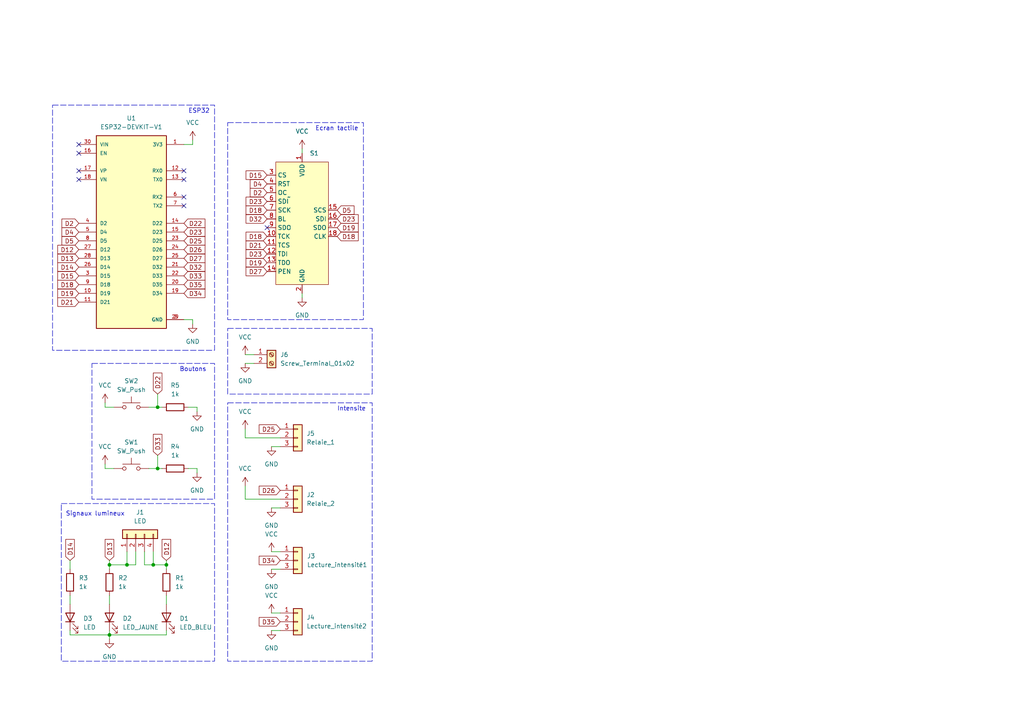
<source format=kicad_sch>
(kicad_sch (version 20230121) (generator eeschema)

  (uuid da280dad-cfa7-4385-ae28-4419201c232b)

  (paper "A4")

  (lib_symbols
    (symbol "Connector:Screw_Terminal_01x02" (pin_names (offset 1.016) hide) (in_bom yes) (on_board yes)
      (property "Reference" "J" (at 0 2.54 0)
        (effects (font (size 1.27 1.27)))
      )
      (property "Value" "Screw_Terminal_01x02" (at 0 -5.08 0)
        (effects (font (size 1.27 1.27)))
      )
      (property "Footprint" "" (at 0 0 0)
        (effects (font (size 1.27 1.27)) hide)
      )
      (property "Datasheet" "~" (at 0 0 0)
        (effects (font (size 1.27 1.27)) hide)
      )
      (property "ki_keywords" "screw terminal" (at 0 0 0)
        (effects (font (size 1.27 1.27)) hide)
      )
      (property "ki_description" "Generic screw terminal, single row, 01x02, script generated (kicad-library-utils/schlib/autogen/connector/)" (at 0 0 0)
        (effects (font (size 1.27 1.27)) hide)
      )
      (property "ki_fp_filters" "TerminalBlock*:*" (at 0 0 0)
        (effects (font (size 1.27 1.27)) hide)
      )
      (symbol "Screw_Terminal_01x02_1_1"
        (rectangle (start -1.27 1.27) (end 1.27 -3.81)
          (stroke (width 0.254) (type default))
          (fill (type background))
        )
        (circle (center 0 -2.54) (radius 0.635)
          (stroke (width 0.1524) (type default))
          (fill (type none))
        )
        (polyline
          (pts
            (xy -0.5334 -2.2098)
            (xy 0.3302 -3.048)
          )
          (stroke (width 0.1524) (type default))
          (fill (type none))
        )
        (polyline
          (pts
            (xy -0.5334 0.3302)
            (xy 0.3302 -0.508)
          )
          (stroke (width 0.1524) (type default))
          (fill (type none))
        )
        (polyline
          (pts
            (xy -0.3556 -2.032)
            (xy 0.508 -2.8702)
          )
          (stroke (width 0.1524) (type default))
          (fill (type none))
        )
        (polyline
          (pts
            (xy -0.3556 0.508)
            (xy 0.508 -0.3302)
          )
          (stroke (width 0.1524) (type default))
          (fill (type none))
        )
        (circle (center 0 0) (radius 0.635)
          (stroke (width 0.1524) (type default))
          (fill (type none))
        )
        (pin passive line (at -5.08 0 0) (length 3.81)
          (name "Pin_1" (effects (font (size 1.27 1.27))))
          (number "1" (effects (font (size 1.27 1.27))))
        )
        (pin passive line (at -5.08 -2.54 0) (length 3.81)
          (name "Pin_2" (effects (font (size 1.27 1.27))))
          (number "2" (effects (font (size 1.27 1.27))))
        )
      )
    )
    (symbol "Connector_Generic:Conn_01x03" (pin_names (offset 1.016) hide) (in_bom yes) (on_board yes)
      (property "Reference" "J" (at 0 5.08 0)
        (effects (font (size 1.27 1.27)))
      )
      (property "Value" "Conn_01x03" (at 0 -5.08 0)
        (effects (font (size 1.27 1.27)))
      )
      (property "Footprint" "" (at 0 0 0)
        (effects (font (size 1.27 1.27)) hide)
      )
      (property "Datasheet" "~" (at 0 0 0)
        (effects (font (size 1.27 1.27)) hide)
      )
      (property "ki_keywords" "connector" (at 0 0 0)
        (effects (font (size 1.27 1.27)) hide)
      )
      (property "ki_description" "Generic connector, single row, 01x03, script generated (kicad-library-utils/schlib/autogen/connector/)" (at 0 0 0)
        (effects (font (size 1.27 1.27)) hide)
      )
      (property "ki_fp_filters" "Connector*:*_1x??_*" (at 0 0 0)
        (effects (font (size 1.27 1.27)) hide)
      )
      (symbol "Conn_01x03_1_1"
        (rectangle (start -1.27 -2.413) (end 0 -2.667)
          (stroke (width 0.1524) (type default))
          (fill (type none))
        )
        (rectangle (start -1.27 0.127) (end 0 -0.127)
          (stroke (width 0.1524) (type default))
          (fill (type none))
        )
        (rectangle (start -1.27 2.667) (end 0 2.413)
          (stroke (width 0.1524) (type default))
          (fill (type none))
        )
        (rectangle (start -1.27 3.81) (end 1.27 -3.81)
          (stroke (width 0.254) (type default))
          (fill (type background))
        )
        (pin passive line (at -5.08 2.54 0) (length 3.81)
          (name "Pin_1" (effects (font (size 1.27 1.27))))
          (number "1" (effects (font (size 1.27 1.27))))
        )
        (pin passive line (at -5.08 0 0) (length 3.81)
          (name "Pin_2" (effects (font (size 1.27 1.27))))
          (number "2" (effects (font (size 1.27 1.27))))
        )
        (pin passive line (at -5.08 -2.54 0) (length 3.81)
          (name "Pin_3" (effects (font (size 1.27 1.27))))
          (number "3" (effects (font (size 1.27 1.27))))
        )
      )
    )
    (symbol "Connector_Generic:Conn_01x04" (pin_names (offset 1.016) hide) (in_bom yes) (on_board yes)
      (property "Reference" "J" (at 0 5.08 0)
        (effects (font (size 1.27 1.27)))
      )
      (property "Value" "Conn_01x04" (at 0 -7.62 0)
        (effects (font (size 1.27 1.27)))
      )
      (property "Footprint" "" (at 0 0 0)
        (effects (font (size 1.27 1.27)) hide)
      )
      (property "Datasheet" "~" (at 0 0 0)
        (effects (font (size 1.27 1.27)) hide)
      )
      (property "ki_keywords" "connector" (at 0 0 0)
        (effects (font (size 1.27 1.27)) hide)
      )
      (property "ki_description" "Generic connector, single row, 01x04, script generated (kicad-library-utils/schlib/autogen/connector/)" (at 0 0 0)
        (effects (font (size 1.27 1.27)) hide)
      )
      (property "ki_fp_filters" "Connector*:*_1x??_*" (at 0 0 0)
        (effects (font (size 1.27 1.27)) hide)
      )
      (symbol "Conn_01x04_1_1"
        (rectangle (start -1.27 -4.953) (end 0 -5.207)
          (stroke (width 0.1524) (type default))
          (fill (type none))
        )
        (rectangle (start -1.27 -2.413) (end 0 -2.667)
          (stroke (width 0.1524) (type default))
          (fill (type none))
        )
        (rectangle (start -1.27 0.127) (end 0 -0.127)
          (stroke (width 0.1524) (type default))
          (fill (type none))
        )
        (rectangle (start -1.27 2.667) (end 0 2.413)
          (stroke (width 0.1524) (type default))
          (fill (type none))
        )
        (rectangle (start -1.27 3.81) (end 1.27 -6.35)
          (stroke (width 0.254) (type default))
          (fill (type background))
        )
        (pin passive line (at -5.08 2.54 0) (length 3.81)
          (name "Pin_1" (effects (font (size 1.27 1.27))))
          (number "1" (effects (font (size 1.27 1.27))))
        )
        (pin passive line (at -5.08 0 0) (length 3.81)
          (name "Pin_2" (effects (font (size 1.27 1.27))))
          (number "2" (effects (font (size 1.27 1.27))))
        )
        (pin passive line (at -5.08 -2.54 0) (length 3.81)
          (name "Pin_3" (effects (font (size 1.27 1.27))))
          (number "3" (effects (font (size 1.27 1.27))))
        )
        (pin passive line (at -5.08 -5.08 0) (length 3.81)
          (name "Pin_4" (effects (font (size 1.27 1.27))))
          (number "4" (effects (font (size 1.27 1.27))))
        )
      )
    )
    (symbol "Device:LED" (pin_numbers hide) (pin_names (offset 1.016) hide) (in_bom yes) (on_board yes)
      (property "Reference" "D" (at 0 2.54 0)
        (effects (font (size 1.27 1.27)))
      )
      (property "Value" "LED" (at 0 -2.54 0)
        (effects (font (size 1.27 1.27)))
      )
      (property "Footprint" "" (at 0 0 0)
        (effects (font (size 1.27 1.27)) hide)
      )
      (property "Datasheet" "~" (at 0 0 0)
        (effects (font (size 1.27 1.27)) hide)
      )
      (property "ki_keywords" "LED diode" (at 0 0 0)
        (effects (font (size 1.27 1.27)) hide)
      )
      (property "ki_description" "Light emitting diode" (at 0 0 0)
        (effects (font (size 1.27 1.27)) hide)
      )
      (property "ki_fp_filters" "LED* LED_SMD:* LED_THT:*" (at 0 0 0)
        (effects (font (size 1.27 1.27)) hide)
      )
      (symbol "LED_0_1"
        (polyline
          (pts
            (xy -1.27 -1.27)
            (xy -1.27 1.27)
          )
          (stroke (width 0.254) (type default))
          (fill (type none))
        )
        (polyline
          (pts
            (xy -1.27 0)
            (xy 1.27 0)
          )
          (stroke (width 0) (type default))
          (fill (type none))
        )
        (polyline
          (pts
            (xy 1.27 -1.27)
            (xy 1.27 1.27)
            (xy -1.27 0)
            (xy 1.27 -1.27)
          )
          (stroke (width 0.254) (type default))
          (fill (type none))
        )
        (polyline
          (pts
            (xy -3.048 -0.762)
            (xy -4.572 -2.286)
            (xy -3.81 -2.286)
            (xy -4.572 -2.286)
            (xy -4.572 -1.524)
          )
          (stroke (width 0) (type default))
          (fill (type none))
        )
        (polyline
          (pts
            (xy -1.778 -0.762)
            (xy -3.302 -2.286)
            (xy -2.54 -2.286)
            (xy -3.302 -2.286)
            (xy -3.302 -1.524)
          )
          (stroke (width 0) (type default))
          (fill (type none))
        )
      )
      (symbol "LED_1_1"
        (pin passive line (at -3.81 0 0) (length 2.54)
          (name "K" (effects (font (size 1.27 1.27))))
          (number "1" (effects (font (size 1.27 1.27))))
        )
        (pin passive line (at 3.81 0 180) (length 2.54)
          (name "A" (effects (font (size 1.27 1.27))))
          (number "2" (effects (font (size 1.27 1.27))))
        )
      )
    )
    (symbol "Device:R" (pin_numbers hide) (pin_names (offset 0)) (in_bom yes) (on_board yes)
      (property "Reference" "R" (at 2.032 0 90)
        (effects (font (size 1.27 1.27)))
      )
      (property "Value" "R" (at 0 0 90)
        (effects (font (size 1.27 1.27)))
      )
      (property "Footprint" "" (at -1.778 0 90)
        (effects (font (size 1.27 1.27)) hide)
      )
      (property "Datasheet" "~" (at 0 0 0)
        (effects (font (size 1.27 1.27)) hide)
      )
      (property "ki_keywords" "R res resistor" (at 0 0 0)
        (effects (font (size 1.27 1.27)) hide)
      )
      (property "ki_description" "Resistor" (at 0 0 0)
        (effects (font (size 1.27 1.27)) hide)
      )
      (property "ki_fp_filters" "R_*" (at 0 0 0)
        (effects (font (size 1.27 1.27)) hide)
      )
      (symbol "R_0_1"
        (rectangle (start -1.016 -2.54) (end 1.016 2.54)
          (stroke (width 0.254) (type default))
          (fill (type none))
        )
      )
      (symbol "R_1_1"
        (pin passive line (at 0 3.81 270) (length 1.27)
          (name "~" (effects (font (size 1.27 1.27))))
          (number "1" (effects (font (size 1.27 1.27))))
        )
        (pin passive line (at 0 -3.81 90) (length 1.27)
          (name "~" (effects (font (size 1.27 1.27))))
          (number "2" (effects (font (size 1.27 1.27))))
        )
      )
    )
    (symbol "ESP32_DEVKIT_V1:ESP32-DEVKIT-V1" (pin_names (offset 1.016)) (in_bom yes) (on_board yes)
      (property "Reference" "U" (at -10.16 30.48 0)
        (effects (font (size 1.27 1.27)) (justify left top))
      )
      (property "Value" "ESP32-DEVKIT-V1" (at -10.16 -30.48 0)
        (effects (font (size 1.27 1.27)) (justify left bottom))
      )
      (property "Footprint" "ESP32-DEVKIT-V1:MODULE_ESP32_DEVKIT_V1" (at 0 0 0)
        (effects (font (size 1.27 1.27)) (justify bottom) hide)
      )
      (property "Datasheet" "" (at 0 0 0)
        (effects (font (size 1.27 1.27)) hide)
      )
      (property "MF" "Do it" (at 0 0 0)
        (effects (font (size 1.27 1.27)) (justify bottom) hide)
      )
      (property "MAXIMUM_PACKAGE_HEIGHT" "6.8 mm" (at 0 0 0)
        (effects (font (size 1.27 1.27)) (justify bottom) hide)
      )
      (property "Package" "None" (at 0 0 0)
        (effects (font (size 1.27 1.27)) (justify bottom) hide)
      )
      (property "Price" "None" (at 0 0 0)
        (effects (font (size 1.27 1.27)) (justify bottom) hide)
      )
      (property "Check_prices" "https://www.snapeda.com/parts/ESP32-DEVKIT-V1/Do+it/view-part/?ref=eda" (at 0 0 0)
        (effects (font (size 1.27 1.27)) (justify bottom) hide)
      )
      (property "STANDARD" "Manufacturer Recommendations" (at 0 0 0)
        (effects (font (size 1.27 1.27)) (justify bottom) hide)
      )
      (property "PARTREV" "N/A" (at 0 0 0)
        (effects (font (size 1.27 1.27)) (justify bottom) hide)
      )
      (property "SnapEDA_Link" "https://www.snapeda.com/parts/ESP32-DEVKIT-V1/Do+it/view-part/?ref=snap" (at 0 0 0)
        (effects (font (size 1.27 1.27)) (justify bottom) hide)
      )
      (property "MP" "ESP32-DEVKIT-V1" (at 0 0 0)
        (effects (font (size 1.27 1.27)) (justify bottom) hide)
      )
      (property "Description" "\nDual core, Wi-Fi: 2.4 GHz up to 150 Mbits/s,BLE (Bluetooth Low Energy) and legacy Bluetooth, 32 bits, Up to 240 MHz\n" (at 0 0 0)
        (effects (font (size 1.27 1.27)) (justify bottom) hide)
      )
      (property "Availability" "Not in stock" (at 0 0 0)
        (effects (font (size 1.27 1.27)) (justify bottom) hide)
      )
      (property "MANUFACTURER" "DOIT" (at 0 0 0)
        (effects (font (size 1.27 1.27)) (justify bottom) hide)
      )
      (symbol "ESP32-DEVKIT-V1_0_0"
        (rectangle (start -10.16 -27.94) (end 10.16 27.94)
          (stroke (width 0.254) (type default))
          (fill (type background))
        )
        (pin output line (at 15.24 25.4 180) (length 5.08)
          (name "3V3" (effects (font (size 1.016 1.016))))
          (number "1" (effects (font (size 1.016 1.016))))
        )
        (pin bidirectional line (at -15.24 -17.78 0) (length 5.08)
          (name "D19" (effects (font (size 1.016 1.016))))
          (number "10" (effects (font (size 1.016 1.016))))
        )
        (pin bidirectional line (at -15.24 -20.32 0) (length 5.08)
          (name "D21" (effects (font (size 1.016 1.016))))
          (number "11" (effects (font (size 1.016 1.016))))
        )
        (pin input line (at 15.24 17.78 180) (length 5.08)
          (name "RX0" (effects (font (size 1.016 1.016))))
          (number "12" (effects (font (size 1.016 1.016))))
        )
        (pin output line (at 15.24 15.24 180) (length 5.08)
          (name "TX0" (effects (font (size 1.016 1.016))))
          (number "13" (effects (font (size 1.016 1.016))))
        )
        (pin bidirectional line (at 15.24 2.54 180) (length 5.08)
          (name "D22" (effects (font (size 1.016 1.016))))
          (number "14" (effects (font (size 1.016 1.016))))
        )
        (pin bidirectional line (at 15.24 0 180) (length 5.08)
          (name "D23" (effects (font (size 1.016 1.016))))
          (number "15" (effects (font (size 1.016 1.016))))
        )
        (pin input line (at -15.24 22.86 0) (length 5.08)
          (name "EN" (effects (font (size 1.016 1.016))))
          (number "16" (effects (font (size 1.016 1.016))))
        )
        (pin bidirectional line (at -15.24 17.78 0) (length 5.08)
          (name "VP" (effects (font (size 1.016 1.016))))
          (number "17" (effects (font (size 1.016 1.016))))
        )
        (pin bidirectional line (at -15.24 15.24 0) (length 5.08)
          (name "VN" (effects (font (size 1.016 1.016))))
          (number "18" (effects (font (size 1.016 1.016))))
        )
        (pin bidirectional line (at 15.24 -17.78 180) (length 5.08)
          (name "D34" (effects (font (size 1.016 1.016))))
          (number "19" (effects (font (size 1.016 1.016))))
        )
        (pin power_in line (at 15.24 -25.4 180) (length 5.08)
          (name "GND" (effects (font (size 1.016 1.016))))
          (number "2" (effects (font (size 1.016 1.016))))
        )
        (pin bidirectional line (at 15.24 -15.24 180) (length 5.08)
          (name "D35" (effects (font (size 1.016 1.016))))
          (number "20" (effects (font (size 1.016 1.016))))
        )
        (pin bidirectional line (at 15.24 -10.16 180) (length 5.08)
          (name "D32" (effects (font (size 1.016 1.016))))
          (number "21" (effects (font (size 1.016 1.016))))
        )
        (pin bidirectional line (at 15.24 -12.7 180) (length 5.08)
          (name "D33" (effects (font (size 1.016 1.016))))
          (number "22" (effects (font (size 1.016 1.016))))
        )
        (pin bidirectional line (at 15.24 -2.54 180) (length 5.08)
          (name "D25" (effects (font (size 1.016 1.016))))
          (number "23" (effects (font (size 1.016 1.016))))
        )
        (pin bidirectional line (at 15.24 -5.08 180) (length 5.08)
          (name "D26" (effects (font (size 1.016 1.016))))
          (number "24" (effects (font (size 1.016 1.016))))
        )
        (pin bidirectional line (at 15.24 -7.62 180) (length 5.08)
          (name "D27" (effects (font (size 1.016 1.016))))
          (number "25" (effects (font (size 1.016 1.016))))
        )
        (pin bidirectional line (at -15.24 -10.16 0) (length 5.08)
          (name "D14" (effects (font (size 1.016 1.016))))
          (number "26" (effects (font (size 1.016 1.016))))
        )
        (pin bidirectional line (at -15.24 -5.08 0) (length 5.08)
          (name "D12" (effects (font (size 1.016 1.016))))
          (number "27" (effects (font (size 1.016 1.016))))
        )
        (pin bidirectional line (at -15.24 -7.62 0) (length 5.08)
          (name "D13" (effects (font (size 1.016 1.016))))
          (number "28" (effects (font (size 1.016 1.016))))
        )
        (pin power_in line (at 15.24 -25.4 180) (length 5.08)
          (name "GND" (effects (font (size 1.016 1.016))))
          (number "29" (effects (font (size 1.016 1.016))))
        )
        (pin bidirectional line (at -15.24 -12.7 0) (length 5.08)
          (name "D15" (effects (font (size 1.016 1.016))))
          (number "3" (effects (font (size 1.016 1.016))))
        )
        (pin input line (at -15.24 25.4 0) (length 5.08)
          (name "VIN" (effects (font (size 1.016 1.016))))
          (number "30" (effects (font (size 1.016 1.016))))
        )
        (pin bidirectional line (at -15.24 2.54 0) (length 5.08)
          (name "D2" (effects (font (size 1.016 1.016))))
          (number "4" (effects (font (size 1.016 1.016))))
        )
        (pin bidirectional line (at -15.24 0 0) (length 5.08)
          (name "D4" (effects (font (size 1.016 1.016))))
          (number "5" (effects (font (size 1.016 1.016))))
        )
        (pin input line (at 15.24 10.16 180) (length 5.08)
          (name "RX2" (effects (font (size 1.016 1.016))))
          (number "6" (effects (font (size 1.016 1.016))))
        )
        (pin output line (at 15.24 7.62 180) (length 5.08)
          (name "TX2" (effects (font (size 1.016 1.016))))
          (number "7" (effects (font (size 1.016 1.016))))
        )
        (pin bidirectional line (at -15.24 -2.54 0) (length 5.08)
          (name "D5" (effects (font (size 1.016 1.016))))
          (number "8" (effects (font (size 1.016 1.016))))
        )
        (pin bidirectional line (at -15.24 -15.24 0) (length 5.08)
          (name "D18" (effects (font (size 1.016 1.016))))
          (number "9" (effects (font (size 1.016 1.016))))
        )
      )
    )
    (symbol "ILI9488:ILI9488" (in_bom yes) (on_board yes)
      (property "Reference" "S" (at 0 0 0)
        (effects (font (size 1.27 1.27)))
      )
      (property "Value" "" (at -3.81 7.62 0)
        (effects (font (size 1.27 1.27)))
      )
      (property "Footprint" "" (at -3.81 7.62 0)
        (effects (font (size 1.27 1.27)) hide)
      )
      (property "Datasheet" "" (at -3.81 7.62 0)
        (effects (font (size 1.27 1.27)) hide)
      )
      (symbol "ILI9488_1_1"
        (rectangle (start -7.62 17.78) (end 7.62 -17.78)
          (stroke (width 0) (type default))
          (fill (type background))
        )
        (pin power_in line (at 0 20.32 270) (length 2.54)
          (name "VDD" (effects (font (size 1.27 1.27))))
          (number "1" (effects (font (size 1.27 1.27))))
        )
        (pin output line (at -10.16 -3.81 0) (length 2.54)
          (name "TCK" (effects (font (size 1.27 1.27))))
          (number "10" (effects (font (size 1.27 1.27))))
        )
        (pin output line (at -10.16 -6.35 0) (length 2.54)
          (name "TCS" (effects (font (size 1.27 1.27))))
          (number "11" (effects (font (size 1.27 1.27))))
        )
        (pin output line (at -10.16 -8.89 0) (length 2.54)
          (name "TDI" (effects (font (size 1.27 1.27))))
          (number "12" (effects (font (size 1.27 1.27))))
        )
        (pin output line (at -10.16 -11.43 0) (length 2.54)
          (name "TDO" (effects (font (size 1.27 1.27))))
          (number "13" (effects (font (size 1.27 1.27))))
        )
        (pin output line (at -10.16 -13.97 0) (length 2.54)
          (name "PEN" (effects (font (size 1.27 1.27))))
          (number "14" (effects (font (size 1.27 1.27))))
        )
        (pin input line (at 10.16 3.81 180) (length 2.54)
          (name "SCS" (effects (font (size 1.27 1.27))))
          (number "15" (effects (font (size 1.27 1.27))))
        )
        (pin input line (at 10.16 1.27 180) (length 2.54)
          (name "SDI" (effects (font (size 1.27 1.27))))
          (number "16" (effects (font (size 1.27 1.27))))
        )
        (pin input line (at 10.16 -1.27 180) (length 2.54)
          (name "SDO" (effects (font (size 1.27 1.27))))
          (number "17" (effects (font (size 1.27 1.27))))
        )
        (pin input line (at 10.16 -3.81 180) (length 2.54)
          (name "CLK" (effects (font (size 1.27 1.27))))
          (number "18" (effects (font (size 1.27 1.27))))
        )
        (pin power_in line (at 0 -20.32 90) (length 2.54)
          (name "GND" (effects (font (size 1.27 1.27))))
          (number "2" (effects (font (size 1.27 1.27))))
        )
        (pin input line (at -10.16 13.97 0) (length 2.54)
          (name "CS" (effects (font (size 1.27 1.27))))
          (number "3" (effects (font (size 1.27 1.27))))
        )
        (pin input line (at -10.16 11.43 0) (length 2.54)
          (name "RST" (effects (font (size 1.27 1.27))))
          (number "4" (effects (font (size 1.27 1.27))))
        )
        (pin input line (at -10.16 8.89 0) (length 2.54)
          (name "OC" (effects (font (size 1.27 1.27))))
          (number "5" (effects (font (size 1.27 1.27))))
        )
        (pin input line (at -10.16 6.35 0) (length 2.54)
          (name "SDI" (effects (font (size 1.27 1.27))))
          (number "6" (effects (font (size 1.27 1.27))))
        )
        (pin input line (at -10.16 3.81 0) (length 2.54)
          (name "SCK" (effects (font (size 1.27 1.27))))
          (number "7" (effects (font (size 1.27 1.27))))
        )
        (pin input line (at -10.16 1.27 0) (length 2.54)
          (name "BL" (effects (font (size 1.27 1.27))))
          (number "8" (effects (font (size 1.27 1.27))))
        )
        (pin input line (at -10.16 -1.27 0) (length 2.54)
          (name "SDO" (effects (font (size 1.27 1.27))))
          (number "9" (effects (font (size 1.27 1.27))))
        )
      )
    )
    (symbol "Switch:SW_Push" (pin_numbers hide) (pin_names (offset 1.016) hide) (in_bom yes) (on_board yes)
      (property "Reference" "SW" (at 1.27 2.54 0)
        (effects (font (size 1.27 1.27)) (justify left))
      )
      (property "Value" "SW_Push" (at 0 -1.524 0)
        (effects (font (size 1.27 1.27)))
      )
      (property "Footprint" "" (at 0 5.08 0)
        (effects (font (size 1.27 1.27)) hide)
      )
      (property "Datasheet" "~" (at 0 5.08 0)
        (effects (font (size 1.27 1.27)) hide)
      )
      (property "ki_keywords" "switch normally-open pushbutton push-button" (at 0 0 0)
        (effects (font (size 1.27 1.27)) hide)
      )
      (property "ki_description" "Push button switch, generic, two pins" (at 0 0 0)
        (effects (font (size 1.27 1.27)) hide)
      )
      (symbol "SW_Push_0_1"
        (circle (center -2.032 0) (radius 0.508)
          (stroke (width 0) (type default))
          (fill (type none))
        )
        (polyline
          (pts
            (xy 0 1.27)
            (xy 0 3.048)
          )
          (stroke (width 0) (type default))
          (fill (type none))
        )
        (polyline
          (pts
            (xy 2.54 1.27)
            (xy -2.54 1.27)
          )
          (stroke (width 0) (type default))
          (fill (type none))
        )
        (circle (center 2.032 0) (radius 0.508)
          (stroke (width 0) (type default))
          (fill (type none))
        )
        (pin passive line (at -5.08 0 0) (length 2.54)
          (name "1" (effects (font (size 1.27 1.27))))
          (number "1" (effects (font (size 1.27 1.27))))
        )
        (pin passive line (at 5.08 0 180) (length 2.54)
          (name "2" (effects (font (size 1.27 1.27))))
          (number "2" (effects (font (size 1.27 1.27))))
        )
      )
    )
    (symbol "power:GND" (power) (pin_names (offset 0)) (in_bom yes) (on_board yes)
      (property "Reference" "#PWR" (at 0 -6.35 0)
        (effects (font (size 1.27 1.27)) hide)
      )
      (property "Value" "GND" (at 0 -3.81 0)
        (effects (font (size 1.27 1.27)))
      )
      (property "Footprint" "" (at 0 0 0)
        (effects (font (size 1.27 1.27)) hide)
      )
      (property "Datasheet" "" (at 0 0 0)
        (effects (font (size 1.27 1.27)) hide)
      )
      (property "ki_keywords" "global power" (at 0 0 0)
        (effects (font (size 1.27 1.27)) hide)
      )
      (property "ki_description" "Power symbol creates a global label with name \"GND\" , ground" (at 0 0 0)
        (effects (font (size 1.27 1.27)) hide)
      )
      (symbol "GND_0_1"
        (polyline
          (pts
            (xy 0 0)
            (xy 0 -1.27)
            (xy 1.27 -1.27)
            (xy 0 -2.54)
            (xy -1.27 -1.27)
            (xy 0 -1.27)
          )
          (stroke (width 0) (type default))
          (fill (type none))
        )
      )
      (symbol "GND_1_1"
        (pin power_in line (at 0 0 270) (length 0) hide
          (name "GND" (effects (font (size 1.27 1.27))))
          (number "1" (effects (font (size 1.27 1.27))))
        )
      )
    )
    (symbol "power:VCC" (power) (pin_names (offset 0)) (in_bom yes) (on_board yes)
      (property "Reference" "#PWR" (at 0 -3.81 0)
        (effects (font (size 1.27 1.27)) hide)
      )
      (property "Value" "VCC" (at 0 3.81 0)
        (effects (font (size 1.27 1.27)))
      )
      (property "Footprint" "" (at 0 0 0)
        (effects (font (size 1.27 1.27)) hide)
      )
      (property "Datasheet" "" (at 0 0 0)
        (effects (font (size 1.27 1.27)) hide)
      )
      (property "ki_keywords" "global power" (at 0 0 0)
        (effects (font (size 1.27 1.27)) hide)
      )
      (property "ki_description" "Power symbol creates a global label with name \"VCC\"" (at 0 0 0)
        (effects (font (size 1.27 1.27)) hide)
      )
      (symbol "VCC_0_1"
        (polyline
          (pts
            (xy -0.762 1.27)
            (xy 0 2.54)
          )
          (stroke (width 0) (type default))
          (fill (type none))
        )
        (polyline
          (pts
            (xy 0 0)
            (xy 0 2.54)
          )
          (stroke (width 0) (type default))
          (fill (type none))
        )
        (polyline
          (pts
            (xy 0 2.54)
            (xy 0.762 1.27)
          )
          (stroke (width 0) (type default))
          (fill (type none))
        )
      )
      (symbol "VCC_1_1"
        (pin power_in line (at 0 0 90) (length 0) hide
          (name "VCC" (effects (font (size 1.27 1.27))))
          (number "1" (effects (font (size 1.27 1.27))))
        )
      )
    )
  )

  (junction (at 48.26 163.83) (diameter 0) (color 0 0 0 0)
    (uuid 18ce8291-05ef-410c-a970-f558d01c53db)
  )
  (junction (at 44.45 163.83) (diameter 0) (color 0 0 0 0)
    (uuid 39347f96-400b-4e0a-bd89-f8eafd6e972c)
  )
  (junction (at 45.72 118.11) (diameter 0) (color 0 0 0 0)
    (uuid 75900073-5212-4513-9c6c-a755f9dd517f)
  )
  (junction (at 31.75 163.83) (diameter 0) (color 0 0 0 0)
    (uuid 86a21f50-c236-48e1-ab48-6799bef314c7)
  )
  (junction (at 45.72 135.89) (diameter 0) (color 0 0 0 0)
    (uuid af2b1994-4208-4355-aacc-3f9f2105134a)
  )
  (junction (at 36.83 163.83) (diameter 0) (color 0 0 0 0)
    (uuid df2b426c-e214-40aa-b56b-b600ad01e571)
  )
  (junction (at 31.75 184.15) (diameter 0) (color 0 0 0 0)
    (uuid f64c7200-92af-4950-a119-9a4ca44596dc)
  )

  (no_connect (at 53.34 52.07) (uuid 26066d39-bf9c-49f4-9107-d078c659cb73))
  (no_connect (at 22.86 49.53) (uuid 4f9bfba8-943b-49c2-bc34-a9583290bbf1))
  (no_connect (at 22.86 41.91) (uuid 603f075a-b7f7-426c-b5f7-09fae309d21d))
  (no_connect (at 53.34 59.69) (uuid 7d247330-2226-4b4d-afad-87b0d693b63b))
  (no_connect (at 77.47 66.04) (uuid a7abaeea-7900-404e-a373-a19d33e32044))
  (no_connect (at 53.34 57.15) (uuid ac575ba9-f507-445d-9121-b47d07660a65))
  (no_connect (at 22.86 52.07) (uuid b32cba6d-f2a2-4877-b598-1da4ba9e0be0))
  (no_connect (at 22.86 44.45) (uuid c109eccc-fd58-4a62-a1da-35d9d9def1b0))
  (no_connect (at 53.34 49.53) (uuid daa2a8c5-9b3c-4ee3-b39d-1373a4a154c0))

  (wire (pts (xy 78.74 147.32) (xy 81.28 147.32))
    (stroke (width 0) (type default))
    (uuid 0ca1ad2a-0281-4902-8a63-494d6ce7d1dd)
  )
  (wire (pts (xy 87.63 43.18) (xy 87.63 44.45))
    (stroke (width 0) (type default))
    (uuid 0eb6830b-4df7-4427-b805-84830e9cb65b)
  )
  (wire (pts (xy 33.02 135.89) (xy 30.48 135.89))
    (stroke (width 0) (type default))
    (uuid 1cd34588-ea39-43f8-9299-3ecd8bb209e3)
  )
  (wire (pts (xy 20.32 184.15) (xy 31.75 184.15))
    (stroke (width 0) (type default))
    (uuid 23762ebe-807f-4db8-a535-cc6ae280e2cb)
  )
  (wire (pts (xy 78.74 165.1) (xy 81.28 165.1))
    (stroke (width 0) (type default))
    (uuid 28ea3131-5e36-48db-868a-e7b711d04825)
  )
  (wire (pts (xy 20.32 162.56) (xy 20.32 165.1))
    (stroke (width 0) (type default))
    (uuid 2a61e1e5-639e-44c9-92a1-504a3325fef4)
  )
  (wire (pts (xy 33.02 118.11) (xy 30.48 118.11))
    (stroke (width 0) (type default))
    (uuid 2ab3ac6e-d8fe-427d-b8ad-ef2de15eee2e)
  )
  (wire (pts (xy 43.18 118.11) (xy 45.72 118.11))
    (stroke (width 0) (type default))
    (uuid 320fdedf-4bea-4597-8527-62b2d0d238cf)
  )
  (wire (pts (xy 48.26 182.88) (xy 48.26 184.15))
    (stroke (width 0) (type default))
    (uuid 35ee7a14-8c0b-4cc4-91d0-485d96544d05)
  )
  (wire (pts (xy 41.91 160.02) (xy 41.91 163.83))
    (stroke (width 0) (type default))
    (uuid 386a0866-c49f-4829-a628-842eaa1ef3ef)
  )
  (wire (pts (xy 44.45 163.83) (xy 48.26 163.83))
    (stroke (width 0) (type default))
    (uuid 3c112fc9-223e-4d3c-bb42-38b1de0c0cf4)
  )
  (wire (pts (xy 71.12 124.46) (xy 71.12 127))
    (stroke (width 0) (type default))
    (uuid 3ddb6576-c50c-4221-a993-0c1ffb564d73)
  )
  (wire (pts (xy 54.61 135.89) (xy 57.15 135.89))
    (stroke (width 0) (type default))
    (uuid 433538bb-7677-4c7e-acb7-84b145ad8fee)
  )
  (wire (pts (xy 48.26 163.83) (xy 48.26 165.1))
    (stroke (width 0) (type default))
    (uuid 4432e9d6-c842-43dc-aba0-d670faaf1330)
  )
  (wire (pts (xy 30.48 118.11) (xy 30.48 116.84))
    (stroke (width 0) (type default))
    (uuid 44b2a5a4-03b4-4eb4-8505-7e74c723129d)
  )
  (wire (pts (xy 78.74 182.88) (xy 81.28 182.88))
    (stroke (width 0) (type default))
    (uuid 4e7cc75c-58fc-4515-bdee-5f3906fcfa09)
  )
  (wire (pts (xy 39.37 160.02) (xy 39.37 163.83))
    (stroke (width 0) (type default))
    (uuid 4fbc5b87-6d20-48fb-94a9-5d03eff548d1)
  )
  (wire (pts (xy 55.88 92.71) (xy 53.34 92.71))
    (stroke (width 0) (type default))
    (uuid 51c32f78-8dc0-47ce-90c7-1e6b454c3aa5)
  )
  (wire (pts (xy 31.75 184.15) (xy 31.75 185.42))
    (stroke (width 0) (type default))
    (uuid 548b8d01-f97e-4c79-8c40-e9e2f5f1fb73)
  )
  (wire (pts (xy 31.75 172.72) (xy 31.75 175.26))
    (stroke (width 0) (type default))
    (uuid 54c5a509-2711-4f0a-b0fc-9f4699076352)
  )
  (wire (pts (xy 45.72 118.11) (xy 46.99 118.11))
    (stroke (width 0) (type default))
    (uuid 5ee78ed0-0785-42eb-9fc8-171827adc315)
  )
  (wire (pts (xy 71.12 127) (xy 81.28 127))
    (stroke (width 0) (type default))
    (uuid 600d0770-8e45-444c-b7c3-03bf4fa26a01)
  )
  (wire (pts (xy 57.15 137.16) (xy 57.15 135.89))
    (stroke (width 0) (type default))
    (uuid 631635ff-8c76-44d1-8742-f54cf7c579b7)
  )
  (wire (pts (xy 31.75 162.56) (xy 31.75 163.83))
    (stroke (width 0) (type default))
    (uuid 6a2060f6-b2b7-438b-ac14-75ca9b178c45)
  )
  (wire (pts (xy 78.74 129.54) (xy 81.28 129.54))
    (stroke (width 0) (type default))
    (uuid 6ad58c63-8414-49b4-8fa5-527c9c39dd5a)
  )
  (wire (pts (xy 78.74 177.8) (xy 81.28 177.8))
    (stroke (width 0) (type default))
    (uuid 6b0c78af-d859-4bb5-ad39-99d75fc664fa)
  )
  (wire (pts (xy 71.12 144.78) (xy 81.28 144.78))
    (stroke (width 0) (type default))
    (uuid 6b1328ea-f842-4823-8425-810e443bc4cc)
  )
  (wire (pts (xy 71.12 140.97) (xy 71.12 144.78))
    (stroke (width 0) (type default))
    (uuid 7130e9e0-3de1-42d1-813a-331a4bacaead)
  )
  (wire (pts (xy 45.72 114.3) (xy 45.72 118.11))
    (stroke (width 0) (type default))
    (uuid 7299b1a8-b59f-4123-84fb-15f6d8d96332)
  )
  (wire (pts (xy 71.12 105.41) (xy 73.66 105.41))
    (stroke (width 0) (type default))
    (uuid 7def3769-448c-4f1a-8b7a-702340f73bf0)
  )
  (wire (pts (xy 45.72 132.08) (xy 45.72 135.89))
    (stroke (width 0) (type default))
    (uuid 839c2ca6-a3ae-48fd-8923-7310a1de49da)
  )
  (wire (pts (xy 31.75 184.15) (xy 48.26 184.15))
    (stroke (width 0) (type default))
    (uuid 8465ccbf-cc14-4049-8cd7-62f9d0438d49)
  )
  (wire (pts (xy 39.37 163.83) (xy 36.83 163.83))
    (stroke (width 0) (type default))
    (uuid 8786ef0e-3a51-48d0-b45c-957156fe2fdb)
  )
  (wire (pts (xy 30.48 135.89) (xy 30.48 134.62))
    (stroke (width 0) (type default))
    (uuid 8835fd7c-e691-469f-8300-160ad2c6954b)
  )
  (wire (pts (xy 31.75 184.15) (xy 31.75 182.88))
    (stroke (width 0) (type default))
    (uuid 8a50804e-843b-4d0c-abda-d85610a593a2)
  )
  (wire (pts (xy 54.61 118.11) (xy 57.15 118.11))
    (stroke (width 0) (type default))
    (uuid 91487f97-f5ce-474f-9324-34548770e6da)
  )
  (wire (pts (xy 45.72 135.89) (xy 46.99 135.89))
    (stroke (width 0) (type default))
    (uuid 97eab940-062b-41c7-af0c-589aa6738e8f)
  )
  (wire (pts (xy 43.18 135.89) (xy 45.72 135.89))
    (stroke (width 0) (type default))
    (uuid 9a678e91-85af-4340-9b3e-d0147364507f)
  )
  (wire (pts (xy 48.26 162.56) (xy 48.26 163.83))
    (stroke (width 0) (type default))
    (uuid a284ca3a-634c-478e-a79d-b62088f8a0e6)
  )
  (wire (pts (xy 55.88 92.71) (xy 55.88 93.98))
    (stroke (width 0) (type default))
    (uuid a7fa12f7-7e49-477d-b0bd-ab36b7c15069)
  )
  (wire (pts (xy 20.32 182.88) (xy 20.32 184.15))
    (stroke (width 0) (type default))
    (uuid ae83e9be-c863-42ff-bfe4-70389a42fc84)
  )
  (wire (pts (xy 57.15 119.38) (xy 57.15 118.11))
    (stroke (width 0) (type default))
    (uuid b1d39677-ec0e-48d5-8cc6-f19999eabca9)
  )
  (wire (pts (xy 31.75 163.83) (xy 31.75 165.1))
    (stroke (width 0) (type default))
    (uuid bebd6b2e-41f2-4a09-a23e-c17e90d5b305)
  )
  (wire (pts (xy 55.88 41.91) (xy 53.34 41.91))
    (stroke (width 0) (type default))
    (uuid c0164fc3-18a0-4c52-9709-ffab9d45e78e)
  )
  (wire (pts (xy 55.88 40.64) (xy 55.88 41.91))
    (stroke (width 0) (type default))
    (uuid c584b010-b94e-4902-92a7-d5756c15e8e2)
  )
  (wire (pts (xy 48.26 172.72) (xy 48.26 175.26))
    (stroke (width 0) (type default))
    (uuid cad90382-129e-4669-b750-bc4a8f8f3f38)
  )
  (wire (pts (xy 44.45 160.02) (xy 44.45 163.83))
    (stroke (width 0) (type default))
    (uuid cf43f643-eba7-458d-8a24-aaef2cd80501)
  )
  (wire (pts (xy 41.91 163.83) (xy 44.45 163.83))
    (stroke (width 0) (type default))
    (uuid e5e30be1-9fd3-471a-bcd1-cc2d2ebe31da)
  )
  (wire (pts (xy 36.83 160.02) (xy 36.83 163.83))
    (stroke (width 0) (type default))
    (uuid e74734a9-b1de-4b7c-adf1-7292e28c732c)
  )
  (wire (pts (xy 71.12 102.87) (xy 73.66 102.87))
    (stroke (width 0) (type default))
    (uuid e91cf758-c4fa-4a83-927a-447f124af24b)
  )
  (wire (pts (xy 78.74 160.02) (xy 81.28 160.02))
    (stroke (width 0) (type default))
    (uuid ed239f59-efd7-4358-9c4e-8202e890fb2b)
  )
  (wire (pts (xy 20.32 172.72) (xy 20.32 175.26))
    (stroke (width 0) (type default))
    (uuid ee7392b3-3d3f-4c44-a3d5-4c39816026d7)
  )
  (wire (pts (xy 87.63 86.36) (xy 87.63 85.09))
    (stroke (width 0) (type default))
    (uuid f894d6b5-ee37-476b-a3ab-b9d745eb88ca)
  )
  (wire (pts (xy 36.83 163.83) (xy 31.75 163.83))
    (stroke (width 0) (type default))
    (uuid fe66a674-05f9-4c8b-8029-6dbafc52fea7)
  )

  (rectangle (start 15.24 30.48) (end 62.23 101.6)
    (stroke (width 0) (type dash))
    (fill (type none))
    (uuid 28383ce5-aea1-4f3f-b0eb-4520ba2fa0b3)
  )
  (rectangle (start 66.04 95.25) (end 107.95 114.3)
    (stroke (width 0) (type dash))
    (fill (type none))
    (uuid 38cc64b9-7e44-45d8-869b-af19300914b7)
  )
  (rectangle (start 66.04 35.56) (end 105.41 92.71)
    (stroke (width 0) (type dash))
    (fill (type none))
    (uuid 3a0de9d7-d4d6-43b1-b275-a89685fe8aa8)
  )
  (rectangle (start 66.04 116.84) (end 107.95 191.77)
    (stroke (width 0) (type dash))
    (fill (type none))
    (uuid a3ae0450-7308-40dd-bbbf-59d5591a6693)
  )
  (rectangle (start 26.67 105.41) (end 62.23 144.78)
    (stroke (width 0) (type dash))
    (fill (type none))
    (uuid b22557b3-b2bf-4e12-a60c-44a2cf623a08)
  )
  (rectangle (start 17.78 146.05) (end 62.23 191.77)
    (stroke (width 0) (type dash))
    (fill (type none))
    (uuid dfb8b481-b188-4373-bb24-9c01a007a609)
  )

  (text "ESP32" (at 54.61 33.02 0)
    (effects (font (size 1.27 1.27)) (justify left bottom))
    (uuid 1c7605f2-dce2-450b-8a8c-f249cb68a310)
  )
  (text "Boutons" (at 52.07 107.95 0)
    (effects (font (size 1.27 1.27)) (justify left bottom))
    (uuid 7146956d-34ba-4ac9-abe1-428d4f7fe46c)
  )
  (text "Ecran tactile" (at 91.44 38.1 0)
    (effects (font (size 1.27 1.27)) (justify left bottom))
    (uuid 7dc7ed1f-153f-4742-8f5d-659057b8ab4e)
  )
  (text "Intensite" (at 97.79 119.38 0)
    (effects (font (size 1.27 1.27)) (justify left bottom))
    (uuid ab472cc6-0e31-4b93-8161-4bfc3519311b)
  )
  (text "Signaux lumineux" (at 19.05 149.86 0)
    (effects (font (size 1.27 1.27)) (justify left bottom))
    (uuid e718f37d-0127-4252-b147-63c87a39f8ed)
  )

  (global_label "D33" (shape input) (at 53.34 80.01 0) (fields_autoplaced)
    (effects (font (size 1.27 1.27)) (justify left))
    (uuid 01d40d9a-2029-460d-91b1-6b1fa1be17b2)
    (property "Intersheetrefs" "${INTERSHEET_REFS}" (at 60.0142 80.01 0)
      (effects (font (size 1.27 1.27)) (justify left) hide)
    )
  )
  (global_label "D34" (shape input) (at 53.34 85.09 0) (fields_autoplaced)
    (effects (font (size 1.27 1.27)) (justify left))
    (uuid 068c0fd3-a72a-4c4f-90d2-c232b7f4cfd8)
    (property "Intersheetrefs" "${INTERSHEET_REFS}" (at 60.0142 85.09 0)
      (effects (font (size 1.27 1.27)) (justify left) hide)
    )
  )
  (global_label "D12" (shape input) (at 48.26 162.56 90) (fields_autoplaced)
    (effects (font (size 1.27 1.27)) (justify left))
    (uuid 0780f748-2e87-4161-88e7-71c510691fba)
    (property "Intersheetrefs" "${INTERSHEET_REFS}" (at 48.26 155.8858 90)
      (effects (font (size 1.27 1.27)) (justify left) hide)
    )
  )
  (global_label "D23" (shape input) (at 53.34 67.31 0) (fields_autoplaced)
    (effects (font (size 1.27 1.27)) (justify left))
    (uuid 12178713-6c16-4490-8a2b-0cc74e0494ce)
    (property "Intersheetrefs" "${INTERSHEET_REFS}" (at 60.0142 67.31 0)
      (effects (font (size 1.27 1.27)) (justify left) hide)
    )
  )
  (global_label "D2" (shape input) (at 77.47 55.88 180) (fields_autoplaced)
    (effects (font (size 1.27 1.27)) (justify right))
    (uuid 147d12f1-5148-410d-b3bb-6f9dd31d4973)
    (property "Intersheetrefs" "${INTERSHEET_REFS}" (at 72.0053 55.88 0)
      (effects (font (size 1.27 1.27)) (justify right) hide)
    )
  )
  (global_label "D35" (shape input) (at 81.28 180.34 180) (fields_autoplaced)
    (effects (font (size 1.27 1.27)) (justify right))
    (uuid 162b9554-450f-4283-aeb1-d237120fbebc)
    (property "Intersheetrefs" "${INTERSHEET_REFS}" (at 74.6058 180.34 0)
      (effects (font (size 1.27 1.27)) (justify right) hide)
    )
  )
  (global_label "D4" (shape input) (at 22.86 67.31 180) (fields_autoplaced)
    (effects (font (size 1.27 1.27)) (justify right))
    (uuid 192b83f5-2698-48fe-9c8a-2e92c93b7286)
    (property "Intersheetrefs" "${INTERSHEET_REFS}" (at 17.3953 67.31 0)
      (effects (font (size 1.27 1.27)) (justify right) hide)
    )
  )
  (global_label "D13" (shape input) (at 22.86 74.93 180) (fields_autoplaced)
    (effects (font (size 1.27 1.27)) (justify right))
    (uuid 19b211e0-96fd-456b-86ff-526c4e74f0a3)
    (property "Intersheetrefs" "${INTERSHEET_REFS}" (at 16.1858 74.93 0)
      (effects (font (size 1.27 1.27)) (justify right) hide)
    )
  )
  (global_label "D19" (shape input) (at 97.79 66.04 0) (fields_autoplaced)
    (effects (font (size 1.27 1.27)) (justify left))
    (uuid 1ac2cc83-b109-4181-abe4-7ca223eaec81)
    (property "Intersheetrefs" "${INTERSHEET_REFS}" (at 104.4642 66.04 0)
      (effects (font (size 1.27 1.27)) (justify left) hide)
    )
  )
  (global_label "D14" (shape input) (at 20.32 162.56 90) (fields_autoplaced)
    (effects (font (size 1.27 1.27)) (justify left))
    (uuid 1e07060d-8a1e-4918-842b-fe4d42d554c6)
    (property "Intersheetrefs" "${INTERSHEET_REFS}" (at 20.32 155.8858 90)
      (effects (font (size 1.27 1.27)) (justify left) hide)
    )
  )
  (global_label "D15" (shape input) (at 22.86 80.01 180) (fields_autoplaced)
    (effects (font (size 1.27 1.27)) (justify right))
    (uuid 24462350-3416-40db-a0dd-c714d12508f2)
    (property "Intersheetrefs" "${INTERSHEET_REFS}" (at 16.1858 80.01 0)
      (effects (font (size 1.27 1.27)) (justify right) hide)
    )
  )
  (global_label "D14" (shape input) (at 22.86 77.47 180) (fields_autoplaced)
    (effects (font (size 1.27 1.27)) (justify right))
    (uuid 26625bbe-f4f7-413c-80d1-6e4adf5db55b)
    (property "Intersheetrefs" "${INTERSHEET_REFS}" (at 16.1858 77.47 0)
      (effects (font (size 1.27 1.27)) (justify right) hide)
    )
  )
  (global_label "D5" (shape input) (at 22.86 69.85 180) (fields_autoplaced)
    (effects (font (size 1.27 1.27)) (justify right))
    (uuid 26f410fc-9f4a-4ed8-b4a8-5f07b3f27b07)
    (property "Intersheetrefs" "${INTERSHEET_REFS}" (at 17.3953 69.85 0)
      (effects (font (size 1.27 1.27)) (justify right) hide)
    )
  )
  (global_label "D19" (shape input) (at 22.86 85.09 180) (fields_autoplaced)
    (effects (font (size 1.27 1.27)) (justify right))
    (uuid 285436d8-14b2-4cf4-b83a-977f7f6e5f39)
    (property "Intersheetrefs" "${INTERSHEET_REFS}" (at 16.1858 85.09 0)
      (effects (font (size 1.27 1.27)) (justify right) hide)
    )
  )
  (global_label "D27" (shape input) (at 53.34 74.93 0) (fields_autoplaced)
    (effects (font (size 1.27 1.27)) (justify left))
    (uuid 2de6a297-ad0a-42e2-8e61-82f34f9ae675)
    (property "Intersheetrefs" "${INTERSHEET_REFS}" (at 60.0142 74.93 0)
      (effects (font (size 1.27 1.27)) (justify left) hide)
    )
  )
  (global_label "D32" (shape input) (at 77.47 63.5 180) (fields_autoplaced)
    (effects (font (size 1.27 1.27)) (justify right))
    (uuid 2f128860-5fb3-44c6-bec3-cf3cb831402e)
    (property "Intersheetrefs" "${INTERSHEET_REFS}" (at 70.7958 63.5 0)
      (effects (font (size 1.27 1.27)) (justify right) hide)
    )
  )
  (global_label "D15" (shape input) (at 77.47 50.8 180) (fields_autoplaced)
    (effects (font (size 1.27 1.27)) (justify right))
    (uuid 40800764-652a-4938-9ae6-2c97221703b3)
    (property "Intersheetrefs" "${INTERSHEET_REFS}" (at 70.7958 50.8 0)
      (effects (font (size 1.27 1.27)) (justify right) hide)
    )
  )
  (global_label "D2" (shape input) (at 22.86 64.77 180) (fields_autoplaced)
    (effects (font (size 1.27 1.27)) (justify right))
    (uuid 483e03a9-a85f-458c-92ce-211de12cdc34)
    (property "Intersheetrefs" "${INTERSHEET_REFS}" (at 17.3953 64.77 0)
      (effects (font (size 1.27 1.27)) (justify right) hide)
    )
  )
  (global_label "D26" (shape input) (at 81.28 142.24 180) (fields_autoplaced)
    (effects (font (size 1.27 1.27)) (justify right))
    (uuid 4f2c5214-a040-4626-9fc4-da4c00408e3e)
    (property "Intersheetrefs" "${INTERSHEET_REFS}" (at 74.6058 142.24 0)
      (effects (font (size 1.27 1.27)) (justify right) hide)
    )
  )
  (global_label "D12" (shape input) (at 22.86 72.39 180) (fields_autoplaced)
    (effects (font (size 1.27 1.27)) (justify right))
    (uuid 523aba1d-cc26-48e5-b16f-eb4b6b44fcab)
    (property "Intersheetrefs" "${INTERSHEET_REFS}" (at 16.1858 72.39 0)
      (effects (font (size 1.27 1.27)) (justify right) hide)
    )
  )
  (global_label "D18" (shape input) (at 22.86 82.55 180) (fields_autoplaced)
    (effects (font (size 1.27 1.27)) (justify right))
    (uuid 621acea7-e00a-4fad-a6bc-5bb560fe6adf)
    (property "Intersheetrefs" "${INTERSHEET_REFS}" (at 16.1858 82.55 0)
      (effects (font (size 1.27 1.27)) (justify right) hide)
    )
  )
  (global_label "D22" (shape input) (at 45.72 114.3 90) (fields_autoplaced)
    (effects (font (size 1.27 1.27)) (justify left))
    (uuid 6bf1a18b-153e-4991-ab7b-53045fa85cd1)
    (property "Intersheetrefs" "${INTERSHEET_REFS}" (at 45.72 107.6258 90)
      (effects (font (size 1.27 1.27)) (justify left) hide)
    )
  )
  (global_label "D34" (shape input) (at 81.28 162.56 180) (fields_autoplaced)
    (effects (font (size 1.27 1.27)) (justify right))
    (uuid 6fd7fa5a-898e-42ac-a2c8-572c156b8929)
    (property "Intersheetrefs" "${INTERSHEET_REFS}" (at 74.6058 162.56 0)
      (effects (font (size 1.27 1.27)) (justify right) hide)
    )
  )
  (global_label "D33" (shape input) (at 45.72 132.08 90) (fields_autoplaced)
    (effects (font (size 1.27 1.27)) (justify left))
    (uuid 743c5ac5-08ba-4bb6-a47a-5f8c2a145e87)
    (property "Intersheetrefs" "${INTERSHEET_REFS}" (at 45.72 125.4058 90)
      (effects (font (size 1.27 1.27)) (justify left) hide)
    )
  )
  (global_label "D32" (shape input) (at 53.34 77.47 0) (fields_autoplaced)
    (effects (font (size 1.27 1.27)) (justify left))
    (uuid 74f991dc-6d33-41fd-bb6e-aba774258a9c)
    (property "Intersheetrefs" "${INTERSHEET_REFS}" (at 60.0142 77.47 0)
      (effects (font (size 1.27 1.27)) (justify left) hide)
    )
  )
  (global_label "D4" (shape input) (at 77.47 53.34 180) (fields_autoplaced)
    (effects (font (size 1.27 1.27)) (justify right))
    (uuid 7d1d52ac-a7dd-4da1-9b7f-c3409d87dbb0)
    (property "Intersheetrefs" "${INTERSHEET_REFS}" (at 72.0053 53.34 0)
      (effects (font (size 1.27 1.27)) (justify right) hide)
    )
  )
  (global_label "D5" (shape input) (at 97.79 60.96 0) (fields_autoplaced)
    (effects (font (size 1.27 1.27)) (justify left))
    (uuid 7ef64c96-aa65-42f4-87ee-460d5bfb3265)
    (property "Intersheetrefs" "${INTERSHEET_REFS}" (at 103.2547 60.96 0)
      (effects (font (size 1.27 1.27)) (justify left) hide)
    )
  )
  (global_label "D19" (shape input) (at 77.47 76.2 180) (fields_autoplaced)
    (effects (font (size 1.27 1.27)) (justify right))
    (uuid 8106cd04-8948-405b-865e-61e8ded2579c)
    (property "Intersheetrefs" "${INTERSHEET_REFS}" (at 70.7958 76.2 0)
      (effects (font (size 1.27 1.27)) (justify right) hide)
    )
  )
  (global_label "D25" (shape input) (at 81.28 124.46 180) (fields_autoplaced)
    (effects (font (size 1.27 1.27)) (justify right))
    (uuid 842afadc-48e0-4d66-a761-d26821125a4f)
    (property "Intersheetrefs" "${INTERSHEET_REFS}" (at 74.6058 124.46 0)
      (effects (font (size 1.27 1.27)) (justify right) hide)
    )
  )
  (global_label "D25" (shape input) (at 53.34 69.85 0) (fields_autoplaced)
    (effects (font (size 1.27 1.27)) (justify left))
    (uuid 873a6dba-0ad8-4f55-98b6-312bdedc2014)
    (property "Intersheetrefs" "${INTERSHEET_REFS}" (at 60.0142 69.85 0)
      (effects (font (size 1.27 1.27)) (justify left) hide)
    )
  )
  (global_label "D26" (shape input) (at 53.34 72.39 0) (fields_autoplaced)
    (effects (font (size 1.27 1.27)) (justify left))
    (uuid 8ce89bac-ef82-467a-92f7-58ba18eb9a2e)
    (property "Intersheetrefs" "${INTERSHEET_REFS}" (at 60.0142 72.39 0)
      (effects (font (size 1.27 1.27)) (justify left) hide)
    )
  )
  (global_label "D18" (shape input) (at 97.79 68.58 0) (fields_autoplaced)
    (effects (font (size 1.27 1.27)) (justify left))
    (uuid 934ffe31-ef6d-4ceb-8547-705625f76892)
    (property "Intersheetrefs" "${INTERSHEET_REFS}" (at 104.4642 68.58 0)
      (effects (font (size 1.27 1.27)) (justify left) hide)
    )
  )
  (global_label "D18" (shape input) (at 77.47 60.96 180) (fields_autoplaced)
    (effects (font (size 1.27 1.27)) (justify right))
    (uuid 9c2afd13-8cd7-4da2-9b47-e2247b3ddba4)
    (property "Intersheetrefs" "${INTERSHEET_REFS}" (at 70.7958 60.96 0)
      (effects (font (size 1.27 1.27)) (justify right) hide)
    )
  )
  (global_label "D13" (shape input) (at 31.75 162.56 90) (fields_autoplaced)
    (effects (font (size 1.27 1.27)) (justify left))
    (uuid a16b7ef9-eec2-4a87-89cd-78323ebe5bd8)
    (property "Intersheetrefs" "${INTERSHEET_REFS}" (at 31.75 155.8858 90)
      (effects (font (size 1.27 1.27)) (justify left) hide)
    )
  )
  (global_label "D21" (shape input) (at 77.47 71.12 180) (fields_autoplaced)
    (effects (font (size 1.27 1.27)) (justify right))
    (uuid b2c19535-7760-4dd3-bab2-816a507118a6)
    (property "Intersheetrefs" "${INTERSHEET_REFS}" (at 70.7958 71.12 0)
      (effects (font (size 1.27 1.27)) (justify right) hide)
    )
  )
  (global_label "D22" (shape input) (at 53.34 64.77 0) (fields_autoplaced)
    (effects (font (size 1.27 1.27)) (justify left))
    (uuid c653733a-0df5-4c1a-971c-da8e4eb087c0)
    (property "Intersheetrefs" "${INTERSHEET_REFS}" (at 60.0142 64.77 0)
      (effects (font (size 1.27 1.27)) (justify left) hide)
    )
  )
  (global_label "D18" (shape input) (at 77.47 68.58 180) (fields_autoplaced)
    (effects (font (size 1.27 1.27)) (justify right))
    (uuid da2a913a-5c44-4996-a2b5-0c252be4fab2)
    (property "Intersheetrefs" "${INTERSHEET_REFS}" (at 70.7958 68.58 0)
      (effects (font (size 1.27 1.27)) (justify right) hide)
    )
  )
  (global_label "D23" (shape input) (at 97.79 63.5 0) (fields_autoplaced)
    (effects (font (size 1.27 1.27)) (justify left))
    (uuid df55d1a8-afdd-4c12-9894-ee61fc6ccde0)
    (property "Intersheetrefs" "${INTERSHEET_REFS}" (at 104.4642 63.5 0)
      (effects (font (size 1.27 1.27)) (justify left) hide)
    )
  )
  (global_label "D21" (shape input) (at 22.86 87.63 180) (fields_autoplaced)
    (effects (font (size 1.27 1.27)) (justify right))
    (uuid e59db16a-2e59-40b9-96e5-bbedfe1e0260)
    (property "Intersheetrefs" "${INTERSHEET_REFS}" (at 16.1858 87.63 0)
      (effects (font (size 1.27 1.27)) (justify right) hide)
    )
  )
  (global_label "D23" (shape input) (at 77.47 58.42 180) (fields_autoplaced)
    (effects (font (size 1.27 1.27)) (justify right))
    (uuid ef096951-7621-4fd2-a51b-bd97d8dc2a99)
    (property "Intersheetrefs" "${INTERSHEET_REFS}" (at 70.7958 58.42 0)
      (effects (font (size 1.27 1.27)) (justify right) hide)
    )
  )
  (global_label "D23" (shape input) (at 77.47 73.66 180) (fields_autoplaced)
    (effects (font (size 1.27 1.27)) (justify right))
    (uuid f167833a-e63b-45d1-809e-8d3091adb4d1)
    (property "Intersheetrefs" "${INTERSHEET_REFS}" (at 70.7958 73.66 0)
      (effects (font (size 1.27 1.27)) (justify right) hide)
    )
  )
  (global_label "D35" (shape input) (at 53.34 82.55 0) (fields_autoplaced)
    (effects (font (size 1.27 1.27)) (justify left))
    (uuid f17ae27b-f768-47b4-ab36-44f5c94749a7)
    (property "Intersheetrefs" "${INTERSHEET_REFS}" (at 60.0142 82.55 0)
      (effects (font (size 1.27 1.27)) (justify left) hide)
    )
  )
  (global_label "D27" (shape input) (at 77.47 78.74 180) (fields_autoplaced)
    (effects (font (size 1.27 1.27)) (justify right))
    (uuid f7a15098-252c-4fcc-a0da-0928444ebf79)
    (property "Intersheetrefs" "${INTERSHEET_REFS}" (at 70.7958 78.74 0)
      (effects (font (size 1.27 1.27)) (justify right) hide)
    )
  )

  (symbol (lib_id "Device:R") (at 50.8 118.11 90) (unit 1)
    (in_bom yes) (on_board yes) (dnp no) (fields_autoplaced)
    (uuid 04482ff7-a15f-403f-b19d-2b2ae372ef08)
    (property "Reference" "R5" (at 50.8 111.76 90)
      (effects (font (size 1.27 1.27)))
    )
    (property "Value" "1k" (at 50.8 114.3 90)
      (effects (font (size 1.27 1.27)))
    )
    (property "Footprint" "Resistor_THT:R_Axial_DIN0207_L6.3mm_D2.5mm_P10.16mm_Horizontal" (at 50.8 119.888 90)
      (effects (font (size 1.27 1.27)) hide)
    )
    (property "Datasheet" "~" (at 50.8 118.11 0)
      (effects (font (size 1.27 1.27)) hide)
    )
    (pin "1" (uuid d922b77a-ad0d-4454-80c6-862c15dc0d6f))
    (pin "2" (uuid 560addd8-de35-41c2-8307-84e94610af29))
    (instances
      (project "TFT_tactil_screen"
        (path "/da280dad-cfa7-4385-ae28-4419201c232b"
          (reference "R5") (unit 1)
        )
      )
    )
  )

  (symbol (lib_id "power:GND") (at 78.74 165.1 0) (unit 1)
    (in_bom yes) (on_board yes) (dnp no) (fields_autoplaced)
    (uuid 074a55f3-19a7-4cdb-b7d3-89a610a544c3)
    (property "Reference" "#PWR08" (at 78.74 171.45 0)
      (effects (font (size 1.27 1.27)) hide)
    )
    (property "Value" "GND" (at 78.74 170.18 0)
      (effects (font (size 1.27 1.27)))
    )
    (property "Footprint" "" (at 78.74 165.1 0)
      (effects (font (size 1.27 1.27)) hide)
    )
    (property "Datasheet" "" (at 78.74 165.1 0)
      (effects (font (size 1.27 1.27)) hide)
    )
    (pin "1" (uuid 8841a74c-f63f-4209-9b90-1d65f8228954))
    (instances
      (project "TFT_tactil_screen"
        (path "/da280dad-cfa7-4385-ae28-4419201c232b"
          (reference "#PWR08") (unit 1)
        )
      )
    )
  )

  (symbol (lib_id "power:VCC") (at 71.12 140.97 0) (unit 1)
    (in_bom yes) (on_board yes) (dnp no) (fields_autoplaced)
    (uuid 0feed276-a536-4fd2-ad52-95683c8755c8)
    (property "Reference" "#PWR011" (at 71.12 144.78 0)
      (effects (font (size 1.27 1.27)) hide)
    )
    (property "Value" "VCC" (at 71.12 135.89 0)
      (effects (font (size 1.27 1.27)))
    )
    (property "Footprint" "" (at 71.12 140.97 0)
      (effects (font (size 1.27 1.27)) hide)
    )
    (property "Datasheet" "" (at 71.12 140.97 0)
      (effects (font (size 1.27 1.27)) hide)
    )
    (pin "1" (uuid ae8369fc-6771-414f-bc54-c906c10c8085))
    (instances
      (project "TFT_tactil_screen"
        (path "/da280dad-cfa7-4385-ae28-4419201c232b"
          (reference "#PWR011") (unit 1)
        )
      )
    )
  )

  (symbol (lib_id "Device:LED") (at 48.26 179.07 90) (unit 1)
    (in_bom yes) (on_board yes) (dnp no) (fields_autoplaced)
    (uuid 1503a406-1c11-4486-b851-fdbf915bc6c8)
    (property "Reference" "D1" (at 52.07 179.3875 90)
      (effects (font (size 1.27 1.27)) (justify right))
    )
    (property "Value" "LED_BLEU" (at 52.07 181.9275 90)
      (effects (font (size 1.27 1.27)) (justify right))
    )
    (property "Footprint" "LED_THT:LED_D3.0mm" (at 48.26 179.07 0)
      (effects (font (size 1.27 1.27)) hide)
    )
    (property "Datasheet" "~" (at 48.26 179.07 0)
      (effects (font (size 1.27 1.27)) hide)
    )
    (pin "1" (uuid e09e6f43-b21b-4989-a1a4-893277d76aa8))
    (pin "2" (uuid 7445cf75-1bd2-4db7-b389-31fe83f250b4))
    (instances
      (project "TFT_tactil_screen"
        (path "/da280dad-cfa7-4385-ae28-4419201c232b"
          (reference "D1") (unit 1)
        )
      )
    )
  )

  (symbol (lib_id "Connector_Generic:Conn_01x03") (at 86.36 127 0) (unit 1)
    (in_bom yes) (on_board yes) (dnp no) (fields_autoplaced)
    (uuid 253fae02-9cd6-4c42-a689-7dc2eadd9734)
    (property "Reference" "J5" (at 88.9 125.73 0)
      (effects (font (size 1.27 1.27)) (justify left))
    )
    (property "Value" "Relaie_1" (at 88.9 128.27 0)
      (effects (font (size 1.27 1.27)) (justify left))
    )
    (property "Footprint" "Connector_PinSocket_2.54mm:PinSocket_1x03_P2.54mm_Vertical" (at 86.36 127 0)
      (effects (font (size 1.27 1.27)) hide)
    )
    (property "Datasheet" "~" (at 86.36 127 0)
      (effects (font (size 1.27 1.27)) hide)
    )
    (pin "1" (uuid 8378c18e-3759-40c8-b230-484570c5f723))
    (pin "2" (uuid 671701c6-d6f5-44b8-b483-09ce7033a56e))
    (pin "3" (uuid 3929c94e-3b26-4068-a11f-aa37ecc8ed51))
    (instances
      (project "TFT_tactil_screen"
        (path "/da280dad-cfa7-4385-ae28-4419201c232b"
          (reference "J5") (unit 1)
        )
      )
    )
  )

  (symbol (lib_id "Connector_Generic:Conn_01x04") (at 39.37 154.94 90) (unit 1)
    (in_bom yes) (on_board yes) (dnp no) (fields_autoplaced)
    (uuid 275a94f7-4d5c-496c-978f-d35a8fe8e7bf)
    (property "Reference" "J1" (at 40.64 148.59 90)
      (effects (font (size 1.27 1.27)))
    )
    (property "Value" "LED" (at 40.64 151.13 90)
      (effects (font (size 1.27 1.27)))
    )
    (property "Footprint" "Connector_PinHeader_2.54mm:PinHeader_1x04_P2.54mm_Vertical" (at 39.37 154.94 0)
      (effects (font (size 1.27 1.27)) hide)
    )
    (property "Datasheet" "~" (at 39.37 154.94 0)
      (effects (font (size 1.27 1.27)) hide)
    )
    (pin "1" (uuid 87aec981-f9b0-43c8-9ddc-5e8a8fd84526))
    (pin "2" (uuid 1629717f-0651-4c8f-9f79-a1dc841c9919))
    (pin "3" (uuid 17766869-c565-4fe9-80b3-0042cc76dcad))
    (pin "4" (uuid 66e0851b-ffb8-4455-86cc-e148b677cbff))
    (instances
      (project "TFT_tactil_screen"
        (path "/da280dad-cfa7-4385-ae28-4419201c232b"
          (reference "J1") (unit 1)
        )
      )
    )
  )

  (symbol (lib_id "power:GND") (at 57.15 119.38 0) (unit 1)
    (in_bom yes) (on_board yes) (dnp no) (fields_autoplaced)
    (uuid 2df66394-0597-44f3-937a-c25c8798801b)
    (property "Reference" "#PWR017" (at 57.15 125.73 0)
      (effects (font (size 1.27 1.27)) hide)
    )
    (property "Value" "GND" (at 57.15 124.46 0)
      (effects (font (size 1.27 1.27)))
    )
    (property "Footprint" "" (at 57.15 119.38 0)
      (effects (font (size 1.27 1.27)) hide)
    )
    (property "Datasheet" "" (at 57.15 119.38 0)
      (effects (font (size 1.27 1.27)) hide)
    )
    (pin "1" (uuid 9296f352-689b-4145-93bb-0580b2787e26))
    (instances
      (project "TFT_tactil_screen"
        (path "/da280dad-cfa7-4385-ae28-4419201c232b"
          (reference "#PWR017") (unit 1)
        )
      )
    )
  )

  (symbol (lib_id "power:VCC") (at 78.74 177.8 0) (unit 1)
    (in_bom yes) (on_board yes) (dnp no) (fields_autoplaced)
    (uuid 2fec3204-4661-4cc2-ac99-9371a8818086)
    (property "Reference" "#PWR013" (at 78.74 181.61 0)
      (effects (font (size 1.27 1.27)) hide)
    )
    (property "Value" "VCC" (at 78.74 172.72 0)
      (effects (font (size 1.27 1.27)))
    )
    (property "Footprint" "" (at 78.74 177.8 0)
      (effects (font (size 1.27 1.27)) hide)
    )
    (property "Datasheet" "" (at 78.74 177.8 0)
      (effects (font (size 1.27 1.27)) hide)
    )
    (pin "1" (uuid c7294984-4843-446c-bbc7-44b00c16388a))
    (instances
      (project "TFT_tactil_screen"
        (path "/da280dad-cfa7-4385-ae28-4419201c232b"
          (reference "#PWR013") (unit 1)
        )
      )
    )
  )

  (symbol (lib_id "power:GND") (at 31.75 185.42 0) (unit 1)
    (in_bom yes) (on_board yes) (dnp no) (fields_autoplaced)
    (uuid 34be7c82-ff04-42d7-af48-8b79083c56bc)
    (property "Reference" "#PWR05" (at 31.75 191.77 0)
      (effects (font (size 1.27 1.27)) hide)
    )
    (property "Value" "GND" (at 31.75 190.5 0)
      (effects (font (size 1.27 1.27)))
    )
    (property "Footprint" "" (at 31.75 185.42 0)
      (effects (font (size 1.27 1.27)) hide)
    )
    (property "Datasheet" "" (at 31.75 185.42 0)
      (effects (font (size 1.27 1.27)) hide)
    )
    (pin "1" (uuid 95fa9f62-a230-440a-90e8-def3d34339ef))
    (instances
      (project "TFT_tactil_screen"
        (path "/da280dad-cfa7-4385-ae28-4419201c232b"
          (reference "#PWR05") (unit 1)
        )
      )
    )
  )

  (symbol (lib_id "power:GND") (at 57.15 137.16 0) (unit 1)
    (in_bom yes) (on_board yes) (dnp no) (fields_autoplaced)
    (uuid 4a94279c-b95f-4f60-ad1b-c64cd91f1e1e)
    (property "Reference" "#PWR014" (at 57.15 143.51 0)
      (effects (font (size 1.27 1.27)) hide)
    )
    (property "Value" "GND" (at 57.15 142.24 0)
      (effects (font (size 1.27 1.27)))
    )
    (property "Footprint" "" (at 57.15 137.16 0)
      (effects (font (size 1.27 1.27)) hide)
    )
    (property "Datasheet" "" (at 57.15 137.16 0)
      (effects (font (size 1.27 1.27)) hide)
    )
    (pin "1" (uuid 15e11d5d-24ed-48ed-a4a4-3957e71ea741))
    (instances
      (project "TFT_tactil_screen"
        (path "/da280dad-cfa7-4385-ae28-4419201c232b"
          (reference "#PWR014") (unit 1)
        )
      )
    )
  )

  (symbol (lib_id "Connector_Generic:Conn_01x03") (at 86.36 144.78 0) (unit 1)
    (in_bom yes) (on_board yes) (dnp no) (fields_autoplaced)
    (uuid 50f5d44d-b6db-41d0-b451-c28dfb097103)
    (property "Reference" "J2" (at 88.9 143.51 0)
      (effects (font (size 1.27 1.27)) (justify left))
    )
    (property "Value" "Relaie_2" (at 88.9 146.05 0)
      (effects (font (size 1.27 1.27)) (justify left))
    )
    (property "Footprint" "Connector_PinSocket_2.54mm:PinSocket_1x03_P2.54mm_Vertical" (at 86.36 144.78 0)
      (effects (font (size 1.27 1.27)) hide)
    )
    (property "Datasheet" "~" (at 86.36 144.78 0)
      (effects (font (size 1.27 1.27)) hide)
    )
    (pin "1" (uuid 1facbad5-151f-4e2b-9fe4-0ba82b88515a))
    (pin "2" (uuid d50c9df5-c1d5-4788-bfaf-d57c92a9b5c4))
    (pin "3" (uuid 08f0811e-8850-4116-9ea3-db65adb83f6c))
    (instances
      (project "TFT_tactil_screen"
        (path "/da280dad-cfa7-4385-ae28-4419201c232b"
          (reference "J2") (unit 1)
        )
      )
    )
  )

  (symbol (lib_id "Device:LED") (at 31.75 179.07 90) (unit 1)
    (in_bom yes) (on_board yes) (dnp no) (fields_autoplaced)
    (uuid 52a21e33-b7c1-4069-8e0a-8957f16091d6)
    (property "Reference" "D2" (at 35.56 179.3875 90)
      (effects (font (size 1.27 1.27)) (justify right))
    )
    (property "Value" "LED_JAUNE" (at 35.56 181.9275 90)
      (effects (font (size 1.27 1.27)) (justify right))
    )
    (property "Footprint" "LED_THT:LED_D3.0mm" (at 31.75 179.07 0)
      (effects (font (size 1.27 1.27)) hide)
    )
    (property "Datasheet" "~" (at 31.75 179.07 0)
      (effects (font (size 1.27 1.27)) hide)
    )
    (pin "1" (uuid 990e8335-696e-4599-b68a-250bcebb7cf5))
    (pin "2" (uuid 865257e0-60af-43e8-bcc8-27a897709873))
    (instances
      (project "TFT_tactil_screen"
        (path "/da280dad-cfa7-4385-ae28-4419201c232b"
          (reference "D2") (unit 1)
        )
      )
    )
  )

  (symbol (lib_id "power:GND") (at 78.74 147.32 0) (unit 1)
    (in_bom yes) (on_board yes) (dnp no) (fields_autoplaced)
    (uuid 5b4e2625-160e-492c-a539-15334684703c)
    (property "Reference" "#PWR07" (at 78.74 153.67 0)
      (effects (font (size 1.27 1.27)) hide)
    )
    (property "Value" "GND" (at 78.74 152.4 0)
      (effects (font (size 1.27 1.27)))
    )
    (property "Footprint" "" (at 78.74 147.32 0)
      (effects (font (size 1.27 1.27)) hide)
    )
    (property "Datasheet" "" (at 78.74 147.32 0)
      (effects (font (size 1.27 1.27)) hide)
    )
    (pin "1" (uuid f0333087-ce71-49de-8b3d-8be8e2087428))
    (instances
      (project "TFT_tactil_screen"
        (path "/da280dad-cfa7-4385-ae28-4419201c232b"
          (reference "#PWR07") (unit 1)
        )
      )
    )
  )

  (symbol (lib_id "power:VCC") (at 71.12 124.46 0) (unit 1)
    (in_bom yes) (on_board yes) (dnp no) (fields_autoplaced)
    (uuid 5dbb1435-0735-4779-8e87-1f502eef15c7)
    (property "Reference" "#PWR010" (at 71.12 128.27 0)
      (effects (font (size 1.27 1.27)) hide)
    )
    (property "Value" "VCC" (at 71.12 119.38 0)
      (effects (font (size 1.27 1.27)))
    )
    (property "Footprint" "" (at 71.12 124.46 0)
      (effects (font (size 1.27 1.27)) hide)
    )
    (property "Datasheet" "" (at 71.12 124.46 0)
      (effects (font (size 1.27 1.27)) hide)
    )
    (pin "1" (uuid 304667e1-b0ac-4ec6-a90d-ad3eb0c2203b))
    (instances
      (project "TFT_tactil_screen"
        (path "/da280dad-cfa7-4385-ae28-4419201c232b"
          (reference "#PWR010") (unit 1)
        )
      )
    )
  )

  (symbol (lib_id "Switch:SW_Push") (at 38.1 118.11 0) (unit 1)
    (in_bom yes) (on_board yes) (dnp no) (fields_autoplaced)
    (uuid 6f74c452-6591-4a79-ba77-6f5123652c74)
    (property "Reference" "SW2" (at 38.1 110.49 0)
      (effects (font (size 1.27 1.27)))
    )
    (property "Value" "SW_Push" (at 38.1 113.03 0)
      (effects (font (size 1.27 1.27)))
    )
    (property "Footprint" "Button_Switch_THT:SW_PUSH-12mm" (at 38.1 113.03 0)
      (effects (font (size 1.27 1.27)) hide)
    )
    (property "Datasheet" "~" (at 38.1 113.03 0)
      (effects (font (size 1.27 1.27)) hide)
    )
    (pin "1" (uuid 084d95fa-cb95-4523-89a4-89c81336e1d8))
    (pin "2" (uuid 296119f7-4c1c-4965-9041-d6d89568230b))
    (instances
      (project "TFT_tactil_screen"
        (path "/da280dad-cfa7-4385-ae28-4419201c232b"
          (reference "SW2") (unit 1)
        )
      )
    )
  )

  (symbol (lib_id "Connector_Generic:Conn_01x03") (at 86.36 180.34 0) (unit 1)
    (in_bom yes) (on_board yes) (dnp no) (fields_autoplaced)
    (uuid 793ae143-e013-4af6-97f8-1d7e56c93f14)
    (property "Reference" "J4" (at 88.9 179.07 0)
      (effects (font (size 1.27 1.27)) (justify left))
    )
    (property "Value" "Lecture_intensité2" (at 88.9 181.61 0)
      (effects (font (size 1.27 1.27)) (justify left))
    )
    (property "Footprint" "Connector_PinSocket_2.54mm:PinSocket_1x03_P2.54mm_Vertical" (at 86.36 180.34 0)
      (effects (font (size 1.27 1.27)) hide)
    )
    (property "Datasheet" "~" (at 86.36 180.34 0)
      (effects (font (size 1.27 1.27)) hide)
    )
    (pin "1" (uuid d25b5a2d-9cc6-4b6c-9254-8364e5f1e5c3))
    (pin "2" (uuid 86944c62-8ca3-41ba-be7e-5f2c77831c41))
    (pin "3" (uuid 18ee2f53-483a-482a-8185-2d03f05372c6))
    (instances
      (project "TFT_tactil_screen"
        (path "/da280dad-cfa7-4385-ae28-4419201c232b"
          (reference "J4") (unit 1)
        )
      )
    )
  )

  (symbol (lib_id "Device:R") (at 48.26 168.91 0) (unit 1)
    (in_bom yes) (on_board yes) (dnp no) (fields_autoplaced)
    (uuid 81a4512a-f69f-4658-bfb1-d9bd2883a5d5)
    (property "Reference" "R1" (at 50.8 167.64 0)
      (effects (font (size 1.27 1.27)) (justify left))
    )
    (property "Value" "1k" (at 50.8 170.18 0)
      (effects (font (size 1.27 1.27)) (justify left))
    )
    (property "Footprint" "Resistor_THT:R_Axial_DIN0207_L6.3mm_D2.5mm_P10.16mm_Horizontal" (at 46.482 168.91 90)
      (effects (font (size 1.27 1.27)) hide)
    )
    (property "Datasheet" "~" (at 48.26 168.91 0)
      (effects (font (size 1.27 1.27)) hide)
    )
    (pin "1" (uuid c1d4eef2-6509-4645-8fd4-0f6813a0d97d))
    (pin "2" (uuid f3af87df-b269-4123-8152-78a19bbb97e9))
    (instances
      (project "TFT_tactil_screen"
        (path "/da280dad-cfa7-4385-ae28-4419201c232b"
          (reference "R1") (unit 1)
        )
      )
    )
  )

  (symbol (lib_id "Device:R") (at 20.32 168.91 0) (unit 1)
    (in_bom yes) (on_board yes) (dnp no) (fields_autoplaced)
    (uuid 885f33e2-d298-4d01-9aaf-689b58d5aaeb)
    (property "Reference" "R3" (at 22.86 167.64 0)
      (effects (font (size 1.27 1.27)) (justify left))
    )
    (property "Value" "1k" (at 22.86 170.18 0)
      (effects (font (size 1.27 1.27)) (justify left))
    )
    (property "Footprint" "Resistor_THT:R_Axial_DIN0207_L6.3mm_D2.5mm_P10.16mm_Horizontal" (at 18.542 168.91 90)
      (effects (font (size 1.27 1.27)) hide)
    )
    (property "Datasheet" "~" (at 20.32 168.91 0)
      (effects (font (size 1.27 1.27)) hide)
    )
    (pin "1" (uuid 0e139f3c-fd69-4aa6-be94-6fb112b7b094))
    (pin "2" (uuid c418e3b5-9745-4d14-939b-2fa2755f851b))
    (instances
      (project "TFT_tactil_screen"
        (path "/da280dad-cfa7-4385-ae28-4419201c232b"
          (reference "R3") (unit 1)
        )
      )
    )
  )

  (symbol (lib_id "Device:R") (at 31.75 168.91 0) (unit 1)
    (in_bom yes) (on_board yes) (dnp no) (fields_autoplaced)
    (uuid 8b23ae6f-614d-4e44-878c-3bb5f54392e7)
    (property "Reference" "R2" (at 34.29 167.64 0)
      (effects (font (size 1.27 1.27)) (justify left))
    )
    (property "Value" "1k" (at 34.29 170.18 0)
      (effects (font (size 1.27 1.27)) (justify left))
    )
    (property "Footprint" "Resistor_THT:R_Axial_DIN0207_L6.3mm_D2.5mm_P10.16mm_Horizontal" (at 29.972 168.91 90)
      (effects (font (size 1.27 1.27)) hide)
    )
    (property "Datasheet" "~" (at 31.75 168.91 0)
      (effects (font (size 1.27 1.27)) hide)
    )
    (pin "1" (uuid 8eeefb3c-a70b-4487-94ca-432613942946))
    (pin "2" (uuid e00a1960-2204-4365-b53d-6cab7ff2995c))
    (instances
      (project "TFT_tactil_screen"
        (path "/da280dad-cfa7-4385-ae28-4419201c232b"
          (reference "R2") (unit 1)
        )
      )
    )
  )

  (symbol (lib_id "ILI9488:ILI9488") (at 87.63 64.77 0) (unit 1)
    (in_bom yes) (on_board yes) (dnp no) (fields_autoplaced)
    (uuid 94c3d441-a3ac-469b-8b89-273a3873c1e5)
    (property "Reference" "S1" (at 89.8241 44.45 0)
      (effects (font (size 1.27 1.27)) (justify left))
    )
    (property "Value" "~" (at 83.82 57.15 0)
      (effects (font (size 1.27 1.27)))
    )
    (property "Footprint" "ILI9488:ILI9488_4inch_touch_screen" (at 83.82 57.15 0)
      (effects (font (size 1.27 1.27)) hide)
    )
    (property "Datasheet" "" (at 83.82 57.15 0)
      (effects (font (size 1.27 1.27)) hide)
    )
    (pin "1" (uuid 36293978-270f-4400-8afa-c2677c545e19))
    (pin "10" (uuid 991ed2c6-fe4a-4775-9dfb-69df294e6773))
    (pin "11" (uuid c30eb3bf-c836-4de7-8109-058f858e8275))
    (pin "12" (uuid 02e373ae-685c-439b-9bcf-bf9e03e02ee8))
    (pin "13" (uuid 03421b61-1de3-44b3-a047-6ef820ed2c0c))
    (pin "14" (uuid 858d2c38-7b6e-4630-bd18-8f6f8520ebee))
    (pin "15" (uuid 82aba876-00e8-4729-992c-f9bca7eaeea7))
    (pin "16" (uuid fc58148c-8598-4278-b30d-701f6ce95f39))
    (pin "17" (uuid 4e2598b7-578b-4059-b7d2-6312508f9677))
    (pin "18" (uuid 1935b75f-b81f-4fb9-b0c0-e553668ed8b5))
    (pin "2" (uuid 194ddc64-6d1b-49fa-9e5c-30394ad29f4b))
    (pin "3" (uuid 7822599b-559f-4483-9fae-713441c7c8de))
    (pin "4" (uuid e3e02bbb-9095-448a-b841-108cf78f1853))
    (pin "5" (uuid 1b056428-8c46-48dc-85bf-2f61af918532))
    (pin "6" (uuid 8f711be8-7403-4347-bf2e-b9446ec62014))
    (pin "7" (uuid 5f009ac6-f9fc-48f6-9186-82d8d40615e2))
    (pin "8" (uuid 1d49a701-1dc9-4d9b-baa4-48e2cef5735f))
    (pin "9" (uuid 97e7fe0b-ffa1-412f-a1c1-3c5ac7d42b9e))
    (instances
      (project "TFT_tactil_screen"
        (path "/da280dad-cfa7-4385-ae28-4419201c232b"
          (reference "S1") (unit 1)
        )
      )
    )
  )

  (symbol (lib_id "Device:R") (at 50.8 135.89 90) (unit 1)
    (in_bom yes) (on_board yes) (dnp no) (fields_autoplaced)
    (uuid 9774eed8-a7f5-4e33-9619-be689ffd8dc0)
    (property "Reference" "R4" (at 50.8 129.54 90)
      (effects (font (size 1.27 1.27)))
    )
    (property "Value" "1k" (at 50.8 132.08 90)
      (effects (font (size 1.27 1.27)))
    )
    (property "Footprint" "Resistor_THT:R_Axial_DIN0207_L6.3mm_D2.5mm_P10.16mm_Horizontal" (at 50.8 137.668 90)
      (effects (font (size 1.27 1.27)) hide)
    )
    (property "Datasheet" "~" (at 50.8 135.89 0)
      (effects (font (size 1.27 1.27)) hide)
    )
    (pin "1" (uuid 9a9e95ec-44a4-423b-b0d3-099810b4f665))
    (pin "2" (uuid b870a98c-fc2e-48fa-84f3-197ed69d001a))
    (instances
      (project "TFT_tactil_screen"
        (path "/da280dad-cfa7-4385-ae28-4419201c232b"
          (reference "R4") (unit 1)
        )
      )
    )
  )

  (symbol (lib_id "power:GND") (at 78.74 182.88 0) (unit 1)
    (in_bom yes) (on_board yes) (dnp no) (fields_autoplaced)
    (uuid aa399f63-9a31-41d5-8094-73da045e0c7a)
    (property "Reference" "#PWR09" (at 78.74 189.23 0)
      (effects (font (size 1.27 1.27)) hide)
    )
    (property "Value" "GND" (at 78.74 187.96 0)
      (effects (font (size 1.27 1.27)))
    )
    (property "Footprint" "" (at 78.74 182.88 0)
      (effects (font (size 1.27 1.27)) hide)
    )
    (property "Datasheet" "" (at 78.74 182.88 0)
      (effects (font (size 1.27 1.27)) hide)
    )
    (pin "1" (uuid e16fd8b0-e0c3-4780-bbe7-086c18740a44))
    (instances
      (project "TFT_tactil_screen"
        (path "/da280dad-cfa7-4385-ae28-4419201c232b"
          (reference "#PWR09") (unit 1)
        )
      )
    )
  )

  (symbol (lib_id "power:VCC") (at 87.63 43.18 0) (unit 1)
    (in_bom yes) (on_board yes) (dnp no) (fields_autoplaced)
    (uuid b0c41979-7596-4635-845e-e10a64e7a94e)
    (property "Reference" "#PWR03" (at 87.63 46.99 0)
      (effects (font (size 1.27 1.27)) hide)
    )
    (property "Value" "VCC" (at 87.63 38.1 0)
      (effects (font (size 1.27 1.27)))
    )
    (property "Footprint" "" (at 87.63 43.18 0)
      (effects (font (size 1.27 1.27)) hide)
    )
    (property "Datasheet" "" (at 87.63 43.18 0)
      (effects (font (size 1.27 1.27)) hide)
    )
    (pin "1" (uuid 2a740287-a91d-41e7-ba4e-5602ea289df2))
    (instances
      (project "TFT_tactil_screen"
        (path "/da280dad-cfa7-4385-ae28-4419201c232b"
          (reference "#PWR03") (unit 1)
        )
      )
    )
  )

  (symbol (lib_id "Connector:Screw_Terminal_01x02") (at 78.74 102.87 0) (unit 1)
    (in_bom yes) (on_board yes) (dnp no) (fields_autoplaced)
    (uuid b27cdb90-c1ff-4392-ad32-d811e96fd0ab)
    (property "Reference" "J6" (at 81.28 102.87 0)
      (effects (font (size 1.27 1.27)) (justify left))
    )
    (property "Value" "Screw_Terminal_01x02" (at 81.28 105.41 0)
      (effects (font (size 1.27 1.27)) (justify left))
    )
    (property "Footprint" "TerminalBlock_Phoenix:TerminalBlock_Phoenix_MPT-0,5-2-2.54_1x02_P2.54mm_Horizontal" (at 78.74 102.87 0)
      (effects (font (size 1.27 1.27)) hide)
    )
    (property "Datasheet" "~" (at 78.74 102.87 0)
      (effects (font (size 1.27 1.27)) hide)
    )
    (pin "1" (uuid 052e7561-7e9c-4670-b351-1041e1ac17e8))
    (pin "2" (uuid e3a807a1-a9a9-4b84-ace0-6a5cb7fcc6cb))
    (instances
      (project "TFT_tactil_screen"
        (path "/da280dad-cfa7-4385-ae28-4419201c232b"
          (reference "J6") (unit 1)
        )
      )
    )
  )

  (symbol (lib_id "Device:LED") (at 20.32 179.07 90) (unit 1)
    (in_bom yes) (on_board yes) (dnp no) (fields_autoplaced)
    (uuid b2ce4e45-077f-40c2-bc58-a1adfb05870b)
    (property "Reference" "D3" (at 24.13 179.3875 90)
      (effects (font (size 1.27 1.27)) (justify right))
    )
    (property "Value" "LED" (at 24.13 181.9275 90)
      (effects (font (size 1.27 1.27)) (justify right))
    )
    (property "Footprint" "LED_THT:LED_D3.0mm" (at 20.32 179.07 0)
      (effects (font (size 1.27 1.27)) hide)
    )
    (property "Datasheet" "~" (at 20.32 179.07 0)
      (effects (font (size 1.27 1.27)) hide)
    )
    (pin "1" (uuid a8ab30dc-0516-42e6-a2e7-6514011f9fe8))
    (pin "2" (uuid 13d4c9d3-1a3c-4574-9fa3-d9fc4a0e97d0))
    (instances
      (project "TFT_tactil_screen"
        (path "/da280dad-cfa7-4385-ae28-4419201c232b"
          (reference "D3") (unit 1)
        )
      )
    )
  )

  (symbol (lib_id "power:GND") (at 55.88 93.98 0) (unit 1)
    (in_bom yes) (on_board yes) (dnp no) (fields_autoplaced)
    (uuid b546170e-f298-4a4a-951f-d557eae96244)
    (property "Reference" "#PWR02" (at 55.88 100.33 0)
      (effects (font (size 1.27 1.27)) hide)
    )
    (property "Value" "GND" (at 55.88 99.06 0)
      (effects (font (size 1.27 1.27)))
    )
    (property "Footprint" "" (at 55.88 93.98 0)
      (effects (font (size 1.27 1.27)) hide)
    )
    (property "Datasheet" "" (at 55.88 93.98 0)
      (effects (font (size 1.27 1.27)) hide)
    )
    (pin "1" (uuid 084f2fc7-7a16-4fa8-b333-168e9c99260d))
    (instances
      (project "TFT_tactil_screen"
        (path "/da280dad-cfa7-4385-ae28-4419201c232b"
          (reference "#PWR02") (unit 1)
        )
      )
    )
  )

  (symbol (lib_id "power:GND") (at 71.12 105.41 0) (unit 1)
    (in_bom yes) (on_board yes) (dnp no) (fields_autoplaced)
    (uuid c4f75f21-7054-4aa0-8301-ecabe3701c4a)
    (property "Reference" "#PWR018" (at 71.12 111.76 0)
      (effects (font (size 1.27 1.27)) hide)
    )
    (property "Value" "GND" (at 71.12 110.49 0)
      (effects (font (size 1.27 1.27)))
    )
    (property "Footprint" "" (at 71.12 105.41 0)
      (effects (font (size 1.27 1.27)) hide)
    )
    (property "Datasheet" "" (at 71.12 105.41 0)
      (effects (font (size 1.27 1.27)) hide)
    )
    (pin "1" (uuid 3717b77f-74fc-4f03-9fd3-1d3e1f8b9ff0))
    (instances
      (project "TFT_tactil_screen"
        (path "/da280dad-cfa7-4385-ae28-4419201c232b"
          (reference "#PWR018") (unit 1)
        )
      )
    )
  )

  (symbol (lib_id "power:VCC") (at 30.48 134.62 0) (unit 1)
    (in_bom yes) (on_board yes) (dnp no) (fields_autoplaced)
    (uuid d1dedc49-0917-463a-a524-f1bde2e4d7fe)
    (property "Reference" "#PWR015" (at 30.48 138.43 0)
      (effects (font (size 1.27 1.27)) hide)
    )
    (property "Value" "VCC" (at 30.48 129.54 0)
      (effects (font (size 1.27 1.27)))
    )
    (property "Footprint" "" (at 30.48 134.62 0)
      (effects (font (size 1.27 1.27)) hide)
    )
    (property "Datasheet" "" (at 30.48 134.62 0)
      (effects (font (size 1.27 1.27)) hide)
    )
    (pin "1" (uuid 7a21a14a-8d74-496a-9f03-b06cbe987229))
    (instances
      (project "TFT_tactil_screen"
        (path "/da280dad-cfa7-4385-ae28-4419201c232b"
          (reference "#PWR015") (unit 1)
        )
      )
    )
  )

  (symbol (lib_id "power:GND") (at 78.74 129.54 0) (unit 1)
    (in_bom yes) (on_board yes) (dnp no) (fields_autoplaced)
    (uuid d2adb5b4-1a3f-4ba2-9340-1ecd76f4c4b6)
    (property "Reference" "#PWR06" (at 78.74 135.89 0)
      (effects (font (size 1.27 1.27)) hide)
    )
    (property "Value" "GND" (at 78.74 134.62 0)
      (effects (font (size 1.27 1.27)))
    )
    (property "Footprint" "" (at 78.74 129.54 0)
      (effects (font (size 1.27 1.27)) hide)
    )
    (property "Datasheet" "" (at 78.74 129.54 0)
      (effects (font (size 1.27 1.27)) hide)
    )
    (pin "1" (uuid 88f24a42-e98f-4b64-858a-3611a29fe29c))
    (instances
      (project "TFT_tactil_screen"
        (path "/da280dad-cfa7-4385-ae28-4419201c232b"
          (reference "#PWR06") (unit 1)
        )
      )
    )
  )

  (symbol (lib_id "Connector_Generic:Conn_01x03") (at 86.36 162.56 0) (unit 1)
    (in_bom yes) (on_board yes) (dnp no) (fields_autoplaced)
    (uuid d69162e4-1bc7-4d78-84ac-f6ef57ddfd9f)
    (property "Reference" "J3" (at 89.0364 161.29 0)
      (effects (font (size 1.27 1.27)) (justify left))
    )
    (property "Value" "Lecture_intensité1" (at 89.0364 163.83 0)
      (effects (font (size 1.27 1.27)) (justify left))
    )
    (property "Footprint" "Connector_PinSocket_2.54mm:PinSocket_1x03_P2.54mm_Vertical" (at 86.36 162.56 0)
      (effects (font (size 1.27 1.27)) hide)
    )
    (property "Datasheet" "~" (at 86.36 162.56 0)
      (effects (font (size 1.27 1.27)) hide)
    )
    (pin "1" (uuid f6cd7219-0e78-4808-a403-9761c76853dd))
    (pin "2" (uuid 74275b60-bbd4-48ae-be7d-55da2198426d))
    (pin "3" (uuid 696e5f68-dcfe-41e3-b80a-60b20b88d694))
    (instances
      (project "TFT_tactil_screen"
        (path "/da280dad-cfa7-4385-ae28-4419201c232b"
          (reference "J3") (unit 1)
        )
      )
    )
  )

  (symbol (lib_id "ESP32_DEVKIT_V1:ESP32-DEVKIT-V1") (at 38.1 67.31 0) (unit 1)
    (in_bom yes) (on_board yes) (dnp no) (fields_autoplaced)
    (uuid de03d470-da5b-4de0-b333-d59305d58b41)
    (property "Reference" "U1" (at 38.1 34.29 0)
      (effects (font (size 1.27 1.27)))
    )
    (property "Value" "ESP32-DEVKIT-V1" (at 38.1 36.83 0)
      (effects (font (size 1.27 1.27)))
    )
    (property "Footprint" "Module_ESP32_DEVKIT_V1:MODULE_ESP32_DEVKIT_V1" (at 38.1 67.31 0)
      (effects (font (size 1.27 1.27)) (justify bottom) hide)
    )
    (property "Datasheet" "" (at 38.1 67.31 0)
      (effects (font (size 1.27 1.27)) hide)
    )
    (property "MF" "Do it" (at 38.1 67.31 0)
      (effects (font (size 1.27 1.27)) (justify bottom) hide)
    )
    (property "MAXIMUM_PACKAGE_HEIGHT" "6.8 mm" (at 38.1 67.31 0)
      (effects (font (size 1.27 1.27)) (justify bottom) hide)
    )
    (property "Package" "None" (at 38.1 67.31 0)
      (effects (font (size 1.27 1.27)) (justify bottom) hide)
    )
    (property "Price" "None" (at 38.1 67.31 0)
      (effects (font (size 1.27 1.27)) (justify bottom) hide)
    )
    (property "Check_prices" "https://www.snapeda.com/parts/ESP32-DEVKIT-V1/Do+it/view-part/?ref=eda" (at 38.1 67.31 0)
      (effects (font (size 1.27 1.27)) (justify bottom) hide)
    )
    (property "STANDARD" "Manufacturer Recommendations" (at 38.1 67.31 0)
      (effects (font (size 1.27 1.27)) (justify bottom) hide)
    )
    (property "PARTREV" "N/A" (at 38.1 67.31 0)
      (effects (font (size 1.27 1.27)) (justify bottom) hide)
    )
    (property "SnapEDA_Link" "https://www.snapeda.com/parts/ESP32-DEVKIT-V1/Do+it/view-part/?ref=snap" (at 38.1 67.31 0)
      (effects (font (size 1.27 1.27)) (justify bottom) hide)
    )
    (property "MP" "ESP32-DEVKIT-V1" (at 38.1 67.31 0)
      (effects (font (size 1.27 1.27)) (justify bottom) hide)
    )
    (property "Description" "\nDual core, Wi-Fi: 2.4 GHz up to 150 Mbits/s,BLE (Bluetooth Low Energy) and legacy Bluetooth, 32 bits, Up to 240 MHz\n" (at 38.1 67.31 0)
      (effects (font (size 1.27 1.27)) (justify bottom) hide)
    )
    (property "Availability" "Not in stock" (at 38.1 67.31 0)
      (effects (font (size 1.27 1.27)) (justify bottom) hide)
    )
    (property "MANUFACTURER" "DOIT" (at 38.1 67.31 0)
      (effects (font (size 1.27 1.27)) (justify bottom) hide)
    )
    (pin "1" (uuid d3cbad1f-4a54-4ee5-abb1-a0460b4ddc54))
    (pin "10" (uuid fa3179b4-5f09-47ff-828f-05b77011c5f1))
    (pin "11" (uuid 15efc6f3-2756-42d6-8477-8f8ffc67c6d9))
    (pin "12" (uuid 44c69d76-3a16-42d1-a590-8f4d3fe5de7c))
    (pin "13" (uuid f8375e0a-9f15-40ec-92ca-3264519e66ac))
    (pin "14" (uuid 0c40bfa2-0f3c-44ea-8515-366db63cb46c))
    (pin "15" (uuid d5b989e3-d0e6-473b-a19b-a72a796dbe27))
    (pin "16" (uuid f09e9335-1949-4785-8043-446e1a363fd2))
    (pin "17" (uuid 7bb2152b-c40f-443e-b23d-be156e95d1fa))
    (pin "18" (uuid d4e90677-5d93-4c6a-b9f0-945e8c923498))
    (pin "19" (uuid b3178c4c-3a7d-429f-ab3b-c4ad356c239c))
    (pin "2" (uuid e213b120-ccd8-4d40-9e05-efb4d2261e7a))
    (pin "20" (uuid 7db644d5-67af-426b-b2a4-3d0e1e828ad8))
    (pin "21" (uuid 543a6aeb-e11c-4f49-8bc4-8ce29b110c6f))
    (pin "22" (uuid ac8d47a3-d15d-4242-92fb-0d058541c2d7))
    (pin "23" (uuid f00dc232-c14d-48e1-bf13-0ab210e5abb8))
    (pin "24" (uuid 4899272e-2059-4f13-b478-5dd5be770031))
    (pin "25" (uuid 58389d7d-6bdd-4169-ba0b-a3a1c327b823))
    (pin "26" (uuid 0c846d87-e317-4818-8d8e-e0d93c4036df))
    (pin "27" (uuid dd3a3e8d-9082-4a91-aaa3-b05397586261))
    (pin "28" (uuid ce8e4f95-85ce-4fb7-8976-6c3fb6553c71))
    (pin "29" (uuid 6f3496e2-4693-4909-87b1-104a239e67fc))
    (pin "3" (uuid ee37d82e-a7e7-4725-aa84-6050c6574587))
    (pin "30" (uuid 38084871-802b-4335-ab7c-2248d586ac16))
    (pin "4" (uuid b8f6fe95-2dac-4cd3-a0ec-22cde6701573))
    (pin "5" (uuid fa155b81-6d61-4496-beb1-ae90de8a4ca9))
    (pin "6" (uuid 2ffce935-42de-4085-9f42-23fb133fc3ed))
    (pin "7" (uuid 4d715991-0383-4cbf-8231-e2de6b484867))
    (pin "8" (uuid 6975e2f2-f938-4595-b503-da12c09f2508))
    (pin "9" (uuid d579e3a2-643d-4b83-9825-fe6dd45811dd))
    (instances
      (project "TFT_tactil_screen"
        (path "/da280dad-cfa7-4385-ae28-4419201c232b"
          (reference "U1") (unit 1)
        )
      )
    )
  )

  (symbol (lib_id "power:VCC") (at 78.74 160.02 0) (unit 1)
    (in_bom yes) (on_board yes) (dnp no) (fields_autoplaced)
    (uuid e4b9ad3f-b160-4406-8050-9c9cc55e0504)
    (property "Reference" "#PWR012" (at 78.74 163.83 0)
      (effects (font (size 1.27 1.27)) hide)
    )
    (property "Value" "VCC" (at 78.74 154.94 0)
      (effects (font (size 1.27 1.27)))
    )
    (property "Footprint" "" (at 78.74 160.02 0)
      (effects (font (size 1.27 1.27)) hide)
    )
    (property "Datasheet" "" (at 78.74 160.02 0)
      (effects (font (size 1.27 1.27)) hide)
    )
    (pin "1" (uuid da082959-82dd-4c8a-a103-0a0ecd10bc2e))
    (instances
      (project "TFT_tactil_screen"
        (path "/da280dad-cfa7-4385-ae28-4419201c232b"
          (reference "#PWR012") (unit 1)
        )
      )
    )
  )

  (symbol (lib_id "Switch:SW_Push") (at 38.1 135.89 0) (unit 1)
    (in_bom yes) (on_board yes) (dnp no) (fields_autoplaced)
    (uuid e56dd1c8-51ad-44a9-a1e5-9cbb64ffd88c)
    (property "Reference" "SW1" (at 38.1 128.27 0)
      (effects (font (size 1.27 1.27)))
    )
    (property "Value" "SW_Push" (at 38.1 130.81 0)
      (effects (font (size 1.27 1.27)))
    )
    (property "Footprint" "Button_Switch_THT:SW_PUSH-12mm" (at 38.1 130.81 0)
      (effects (font (size 1.27 1.27)) hide)
    )
    (property "Datasheet" "~" (at 38.1 130.81 0)
      (effects (font (size 1.27 1.27)) hide)
    )
    (pin "1" (uuid 3a620b37-770b-48d5-af69-8f9624d03a9e))
    (pin "2" (uuid 9344e1e7-86aa-42e5-99c5-dcd9685d7e50))
    (instances
      (project "TFT_tactil_screen"
        (path "/da280dad-cfa7-4385-ae28-4419201c232b"
          (reference "SW1") (unit 1)
        )
      )
    )
  )

  (symbol (lib_id "power:VCC") (at 30.48 116.84 0) (unit 1)
    (in_bom yes) (on_board yes) (dnp no) (fields_autoplaced)
    (uuid ecbedbce-0c81-49f2-8549-81b02a96317f)
    (property "Reference" "#PWR016" (at 30.48 120.65 0)
      (effects (font (size 1.27 1.27)) hide)
    )
    (property "Value" "VCC" (at 30.48 111.76 0)
      (effects (font (size 1.27 1.27)))
    )
    (property "Footprint" "" (at 30.48 116.84 0)
      (effects (font (size 1.27 1.27)) hide)
    )
    (property "Datasheet" "" (at 30.48 116.84 0)
      (effects (font (size 1.27 1.27)) hide)
    )
    (pin "1" (uuid 403dbdb8-e028-4967-bf4c-eca65683b426))
    (instances
      (project "TFT_tactil_screen"
        (path "/da280dad-cfa7-4385-ae28-4419201c232b"
          (reference "#PWR016") (unit 1)
        )
      )
    )
  )

  (symbol (lib_id "power:VCC") (at 71.12 102.87 0) (unit 1)
    (in_bom yes) (on_board yes) (dnp no) (fields_autoplaced)
    (uuid eed8d448-d102-476f-abd7-2fb000cb26f8)
    (property "Reference" "#PWR019" (at 71.12 106.68 0)
      (effects (font (size 1.27 1.27)) hide)
    )
    (property "Value" "VCC" (at 71.12 97.79 0)
      (effects (font (size 1.27 1.27)))
    )
    (property "Footprint" "" (at 71.12 102.87 0)
      (effects (font (size 1.27 1.27)) hide)
    )
    (property "Datasheet" "" (at 71.12 102.87 0)
      (effects (font (size 1.27 1.27)) hide)
    )
    (pin "1" (uuid e30d3bec-ca66-46b7-ae0d-e95ff19c592a))
    (instances
      (project "TFT_tactil_screen"
        (path "/da280dad-cfa7-4385-ae28-4419201c232b"
          (reference "#PWR019") (unit 1)
        )
      )
    )
  )

  (symbol (lib_id "power:VCC") (at 55.88 40.64 0) (unit 1)
    (in_bom yes) (on_board yes) (dnp no) (fields_autoplaced)
    (uuid f2a371cc-a714-4d88-9f46-29482896b7e1)
    (property "Reference" "#PWR01" (at 55.88 44.45 0)
      (effects (font (size 1.27 1.27)) hide)
    )
    (property "Value" "VCC" (at 55.88 35.56 0)
      (effects (font (size 1.27 1.27)))
    )
    (property "Footprint" "" (at 55.88 40.64 0)
      (effects (font (size 1.27 1.27)) hide)
    )
    (property "Datasheet" "" (at 55.88 40.64 0)
      (effects (font (size 1.27 1.27)) hide)
    )
    (pin "1" (uuid 5dd57204-59b7-417e-b56e-b675c257b8b0))
    (instances
      (project "TFT_tactil_screen"
        (path "/da280dad-cfa7-4385-ae28-4419201c232b"
          (reference "#PWR01") (unit 1)
        )
      )
    )
  )

  (symbol (lib_id "power:GND") (at 87.63 86.36 0) (unit 1)
    (in_bom yes) (on_board yes) (dnp no) (fields_autoplaced)
    (uuid f801c4cd-a6ae-45c3-bf35-72d82e6461e0)
    (property "Reference" "#PWR04" (at 87.63 92.71 0)
      (effects (font (size 1.27 1.27)) hide)
    )
    (property "Value" "GND" (at 87.63 91.44 0)
      (effects (font (size 1.27 1.27)))
    )
    (property "Footprint" "" (at 87.63 86.36 0)
      (effects (font (size 1.27 1.27)) hide)
    )
    (property "Datasheet" "" (at 87.63 86.36 0)
      (effects (font (size 1.27 1.27)) hide)
    )
    (pin "1" (uuid cce5f3a2-c957-4dd8-8df7-f87082289321))
    (instances
      (project "TFT_tactil_screen"
        (path "/da280dad-cfa7-4385-ae28-4419201c232b"
          (reference "#PWR04") (unit 1)
        )
      )
    )
  )

  (sheet_instances
    (path "/" (page "1"))
  )
)

</source>
